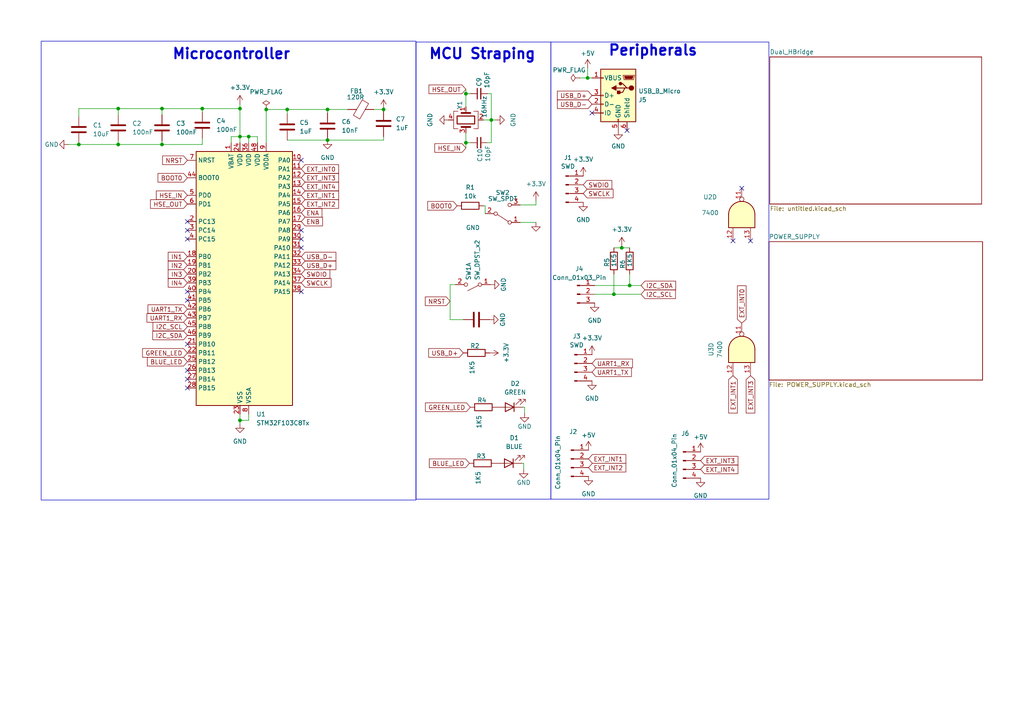
<source format=kicad_sch>
(kicad_sch (version 20230121) (generator eeschema)

  (uuid d913dd8b-020a-4df6-bee0-5f3177d157dc)

  (paper "A4")

  (lib_symbols
    (symbol "74xx:7400" (pin_names (offset 1.016)) (in_bom yes) (on_board yes)
      (property "Reference" "U" (at 0 1.27 0)
        (effects (font (size 1.27 1.27)))
      )
      (property "Value" "7400" (at 0 -1.27 0)
        (effects (font (size 1.27 1.27)))
      )
      (property "Footprint" "" (at 0 0 0)
        (effects (font (size 1.27 1.27)) hide)
      )
      (property "Datasheet" "http://www.ti.com/lit/gpn/sn7400" (at 0 0 0)
        (effects (font (size 1.27 1.27)) hide)
      )
      (property "ki_locked" "" (at 0 0 0)
        (effects (font (size 1.27 1.27)))
      )
      (property "ki_keywords" "TTL nand 2-input" (at 0 0 0)
        (effects (font (size 1.27 1.27)) hide)
      )
      (property "ki_description" "quad 2-input NAND gate" (at 0 0 0)
        (effects (font (size 1.27 1.27)) hide)
      )
      (property "ki_fp_filters" "DIP*W7.62mm* SO14*" (at 0 0 0)
        (effects (font (size 1.27 1.27)) hide)
      )
      (symbol "7400_1_1"
        (arc (start 0 -3.81) (mid 3.7934 0) (end 0 3.81)
          (stroke (width 0.254) (type default))
          (fill (type background))
        )
        (polyline
          (pts
            (xy 0 3.81)
            (xy -3.81 3.81)
            (xy -3.81 -3.81)
            (xy 0 -3.81)
          )
          (stroke (width 0.254) (type default))
          (fill (type background))
        )
        (pin input line (at -7.62 2.54 0) (length 3.81)
          (name "~" (effects (font (size 1.27 1.27))))
          (number "1" (effects (font (size 1.27 1.27))))
        )
        (pin input line (at -7.62 -2.54 0) (length 3.81)
          (name "~" (effects (font (size 1.27 1.27))))
          (number "2" (effects (font (size 1.27 1.27))))
        )
        (pin output inverted (at 7.62 0 180) (length 3.81)
          (name "~" (effects (font (size 1.27 1.27))))
          (number "3" (effects (font (size 1.27 1.27))))
        )
      )
      (symbol "7400_1_2"
        (arc (start -3.81 -3.81) (mid -2.589 0) (end -3.81 3.81)
          (stroke (width 0.254) (type default))
          (fill (type none))
        )
        (arc (start -0.6096 -3.81) (mid 2.1842 -2.5851) (end 3.81 0)
          (stroke (width 0.254) (type default))
          (fill (type background))
        )
        (polyline
          (pts
            (xy -3.81 -3.81)
            (xy -0.635 -3.81)
          )
          (stroke (width 0.254) (type default))
          (fill (type background))
        )
        (polyline
          (pts
            (xy -3.81 3.81)
            (xy -0.635 3.81)
          )
          (stroke (width 0.254) (type default))
          (fill (type background))
        )
        (polyline
          (pts
            (xy -0.635 3.81)
            (xy -3.81 3.81)
            (xy -3.81 3.81)
            (xy -3.556 3.4036)
            (xy -3.0226 2.2606)
            (xy -2.6924 1.0414)
            (xy -2.6162 -0.254)
            (xy -2.7686 -1.4986)
            (xy -3.175 -2.7178)
            (xy -3.81 -3.81)
            (xy -3.81 -3.81)
            (xy -0.635 -3.81)
          )
          (stroke (width -25.4) (type default))
          (fill (type background))
        )
        (arc (start 3.81 0) (mid 2.1915 2.5936) (end -0.6096 3.81)
          (stroke (width 0.254) (type default))
          (fill (type background))
        )
        (pin input inverted (at -7.62 2.54 0) (length 4.318)
          (name "~" (effects (font (size 1.27 1.27))))
          (number "1" (effects (font (size 1.27 1.27))))
        )
        (pin input inverted (at -7.62 -2.54 0) (length 4.318)
          (name "~" (effects (font (size 1.27 1.27))))
          (number "2" (effects (font (size 1.27 1.27))))
        )
        (pin output line (at 7.62 0 180) (length 3.81)
          (name "~" (effects (font (size 1.27 1.27))))
          (number "3" (effects (font (size 1.27 1.27))))
        )
      )
      (symbol "7400_2_1"
        (arc (start 0 -3.81) (mid 3.7934 0) (end 0 3.81)
          (stroke (width 0.254) (type default))
          (fill (type background))
        )
        (polyline
          (pts
            (xy 0 3.81)
            (xy -3.81 3.81)
            (xy -3.81 -3.81)
            (xy 0 -3.81)
          )
          (stroke (width 0.254) (type default))
          (fill (type background))
        )
        (pin input line (at -7.62 2.54 0) (length 3.81)
          (name "~" (effects (font (size 1.27 1.27))))
          (number "4" (effects (font (size 1.27 1.27))))
        )
        (pin input line (at -7.62 -2.54 0) (length 3.81)
          (name "~" (effects (font (size 1.27 1.27))))
          (number "5" (effects (font (size 1.27 1.27))))
        )
        (pin output inverted (at 7.62 0 180) (length 3.81)
          (name "~" (effects (font (size 1.27 1.27))))
          (number "6" (effects (font (size 1.27 1.27))))
        )
      )
      (symbol "7400_2_2"
        (arc (start -3.81 -3.81) (mid -2.589 0) (end -3.81 3.81)
          (stroke (width 0.254) (type default))
          (fill (type none))
        )
        (arc (start -0.6096 -3.81) (mid 2.1842 -2.5851) (end 3.81 0)
          (stroke (width 0.254) (type default))
          (fill (type background))
        )
        (polyline
          (pts
            (xy -3.81 -3.81)
            (xy -0.635 -3.81)
          )
          (stroke (width 0.254) (type default))
          (fill (type background))
        )
        (polyline
          (pts
            (xy -3.81 3.81)
            (xy -0.635 3.81)
          )
          (stroke (width 0.254) (type default))
          (fill (type background))
        )
        (polyline
          (pts
            (xy -0.635 3.81)
            (xy -3.81 3.81)
            (xy -3.81 3.81)
            (xy -3.556 3.4036)
            (xy -3.0226 2.2606)
            (xy -2.6924 1.0414)
            (xy -2.6162 -0.254)
            (xy -2.7686 -1.4986)
            (xy -3.175 -2.7178)
            (xy -3.81 -3.81)
            (xy -3.81 -3.81)
            (xy -0.635 -3.81)
          )
          (stroke (width -25.4) (type default))
          (fill (type background))
        )
        (arc (start 3.81 0) (mid 2.1915 2.5936) (end -0.6096 3.81)
          (stroke (width 0.254) (type default))
          (fill (type background))
        )
        (pin input inverted (at -7.62 2.54 0) (length 4.318)
          (name "~" (effects (font (size 1.27 1.27))))
          (number "4" (effects (font (size 1.27 1.27))))
        )
        (pin input inverted (at -7.62 -2.54 0) (length 4.318)
          (name "~" (effects (font (size 1.27 1.27))))
          (number "5" (effects (font (size 1.27 1.27))))
        )
        (pin output line (at 7.62 0 180) (length 3.81)
          (name "~" (effects (font (size 1.27 1.27))))
          (number "6" (effects (font (size 1.27 1.27))))
        )
      )
      (symbol "7400_3_1"
        (arc (start 0 -3.81) (mid 3.7934 0) (end 0 3.81)
          (stroke (width 0.254) (type default))
          (fill (type background))
        )
        (polyline
          (pts
            (xy 0 3.81)
            (xy -3.81 3.81)
            (xy -3.81 -3.81)
            (xy 0 -3.81)
          )
          (stroke (width 0.254) (type default))
          (fill (type background))
        )
        (pin input line (at -7.62 -2.54 0) (length 3.81)
          (name "~" (effects (font (size 1.27 1.27))))
          (number "10" (effects (font (size 1.27 1.27))))
        )
        (pin output inverted (at 7.62 0 180) (length 3.81)
          (name "~" (effects (font (size 1.27 1.27))))
          (number "8" (effects (font (size 1.27 1.27))))
        )
        (pin input line (at -7.62 2.54 0) (length 3.81)
          (name "~" (effects (font (size 1.27 1.27))))
          (number "9" (effects (font (size 1.27 1.27))))
        )
      )
      (symbol "7400_3_2"
        (arc (start -3.81 -3.81) (mid -2.589 0) (end -3.81 3.81)
          (stroke (width 0.254) (type default))
          (fill (type none))
        )
        (arc (start -0.6096 -3.81) (mid 2.1842 -2.5851) (end 3.81 0)
          (stroke (width 0.254) (type default))
          (fill (type background))
        )
        (polyline
          (pts
            (xy -3.81 -3.81)
            (xy -0.635 -3.81)
          )
          (stroke (width 0.254) (type default))
          (fill (type background))
        )
        (polyline
          (pts
            (xy -3.81 3.81)
            (xy -0.635 3.81)
          )
          (stroke (width 0.254) (type default))
          (fill (type background))
        )
        (polyline
          (pts
            (xy -0.635 3.81)
            (xy -3.81 3.81)
            (xy -3.81 3.81)
            (xy -3.556 3.4036)
            (xy -3.0226 2.2606)
            (xy -2.6924 1.0414)
            (xy -2.6162 -0.254)
            (xy -2.7686 -1.4986)
            (xy -3.175 -2.7178)
            (xy -3.81 -3.81)
            (xy -3.81 -3.81)
            (xy -0.635 -3.81)
          )
          (stroke (width -25.4) (type default))
          (fill (type background))
        )
        (arc (start 3.81 0) (mid 2.1915 2.5936) (end -0.6096 3.81)
          (stroke (width 0.254) (type default))
          (fill (type background))
        )
        (pin input inverted (at -7.62 -2.54 0) (length 4.318)
          (name "~" (effects (font (size 1.27 1.27))))
          (number "10" (effects (font (size 1.27 1.27))))
        )
        (pin output line (at 7.62 0 180) (length 3.81)
          (name "~" (effects (font (size 1.27 1.27))))
          (number "8" (effects (font (size 1.27 1.27))))
        )
        (pin input inverted (at -7.62 2.54 0) (length 4.318)
          (name "~" (effects (font (size 1.27 1.27))))
          (number "9" (effects (font (size 1.27 1.27))))
        )
      )
      (symbol "7400_4_1"
        (arc (start 0 -3.81) (mid 3.7934 0) (end 0 3.81)
          (stroke (width 0.254) (type default))
          (fill (type background))
        )
        (polyline
          (pts
            (xy 0 3.81)
            (xy -3.81 3.81)
            (xy -3.81 -3.81)
            (xy 0 -3.81)
          )
          (stroke (width 0.254) (type default))
          (fill (type background))
        )
        (pin output inverted (at 7.62 0 180) (length 3.81)
          (name "~" (effects (font (size 1.27 1.27))))
          (number "11" (effects (font (size 1.27 1.27))))
        )
        (pin input line (at -7.62 2.54 0) (length 3.81)
          (name "~" (effects (font (size 1.27 1.27))))
          (number "12" (effects (font (size 1.27 1.27))))
        )
        (pin input line (at -7.62 -2.54 0) (length 3.81)
          (name "~" (effects (font (size 1.27 1.27))))
          (number "13" (effects (font (size 1.27 1.27))))
        )
      )
      (symbol "7400_4_2"
        (arc (start -3.81 -3.81) (mid -2.589 0) (end -3.81 3.81)
          (stroke (width 0.254) (type default))
          (fill (type none))
        )
        (arc (start -0.6096 -3.81) (mid 2.1842 -2.5851) (end 3.81 0)
          (stroke (width 0.254) (type default))
          (fill (type background))
        )
        (polyline
          (pts
            (xy -3.81 -3.81)
            (xy -0.635 -3.81)
          )
          (stroke (width 0.254) (type default))
          (fill (type background))
        )
        (polyline
          (pts
            (xy -3.81 3.81)
            (xy -0.635 3.81)
          )
          (stroke (width 0.254) (type default))
          (fill (type background))
        )
        (polyline
          (pts
            (xy -0.635 3.81)
            (xy -3.81 3.81)
            (xy -3.81 3.81)
            (xy -3.556 3.4036)
            (xy -3.0226 2.2606)
            (xy -2.6924 1.0414)
            (xy -2.6162 -0.254)
            (xy -2.7686 -1.4986)
            (xy -3.175 -2.7178)
            (xy -3.81 -3.81)
            (xy -3.81 -3.81)
            (xy -0.635 -3.81)
          )
          (stroke (width -25.4) (type default))
          (fill (type background))
        )
        (arc (start 3.81 0) (mid 2.1915 2.5936) (end -0.6096 3.81)
          (stroke (width 0.254) (type default))
          (fill (type background))
        )
        (pin output line (at 7.62 0 180) (length 3.81)
          (name "~" (effects (font (size 1.27 1.27))))
          (number "11" (effects (font (size 1.27 1.27))))
        )
        (pin input inverted (at -7.62 2.54 0) (length 4.318)
          (name "~" (effects (font (size 1.27 1.27))))
          (number "12" (effects (font (size 1.27 1.27))))
        )
        (pin input inverted (at -7.62 -2.54 0) (length 4.318)
          (name "~" (effects (font (size 1.27 1.27))))
          (number "13" (effects (font (size 1.27 1.27))))
        )
      )
      (symbol "7400_5_0"
        (pin power_in line (at 0 12.7 270) (length 5.08)
          (name "VCC" (effects (font (size 1.27 1.27))))
          (number "14" (effects (font (size 1.27 1.27))))
        )
        (pin power_in line (at 0 -12.7 90) (length 5.08)
          (name "GND" (effects (font (size 1.27 1.27))))
          (number "7" (effects (font (size 1.27 1.27))))
        )
      )
      (symbol "7400_5_1"
        (rectangle (start -5.08 7.62) (end 5.08 -7.62)
          (stroke (width 0.254) (type default))
          (fill (type background))
        )
      )
    )
    (symbol "Connector:Conn_01x03_Pin" (pin_names (offset 1.016) hide) (in_bom yes) (on_board yes)
      (property "Reference" "J" (at 0 5.08 0)
        (effects (font (size 1.27 1.27)))
      )
      (property "Value" "Conn_01x03_Pin" (at 0 -5.08 0)
        (effects (font (size 1.27 1.27)))
      )
      (property "Footprint" "" (at 0 0 0)
        (effects (font (size 1.27 1.27)) hide)
      )
      (property "Datasheet" "~" (at 0 0 0)
        (effects (font (size 1.27 1.27)) hide)
      )
      (property "ki_locked" "" (at 0 0 0)
        (effects (font (size 1.27 1.27)))
      )
      (property "ki_keywords" "connector" (at 0 0 0)
        (effects (font (size 1.27 1.27)) hide)
      )
      (property "ki_description" "Generic connector, single row, 01x03, script generated" (at 0 0 0)
        (effects (font (size 1.27 1.27)) hide)
      )
      (property "ki_fp_filters" "Connector*:*_1x??_*" (at 0 0 0)
        (effects (font (size 1.27 1.27)) hide)
      )
      (symbol "Conn_01x03_Pin_1_1"
        (polyline
          (pts
            (xy 1.27 -2.54)
            (xy 0.8636 -2.54)
          )
          (stroke (width 0.1524) (type default))
          (fill (type none))
        )
        (polyline
          (pts
            (xy 1.27 0)
            (xy 0.8636 0)
          )
          (stroke (width 0.1524) (type default))
          (fill (type none))
        )
        (polyline
          (pts
            (xy 1.27 2.54)
            (xy 0.8636 2.54)
          )
          (stroke (width 0.1524) (type default))
          (fill (type none))
        )
        (rectangle (start 0.8636 -2.413) (end 0 -2.667)
          (stroke (width 0.1524) (type default))
          (fill (type outline))
        )
        (rectangle (start 0.8636 0.127) (end 0 -0.127)
          (stroke (width 0.1524) (type default))
          (fill (type outline))
        )
        (rectangle (start 0.8636 2.667) (end 0 2.413)
          (stroke (width 0.1524) (type default))
          (fill (type outline))
        )
        (pin passive line (at 5.08 2.54 180) (length 3.81)
          (name "Pin_1" (effects (font (size 1.27 1.27))))
          (number "1" (effects (font (size 1.27 1.27))))
        )
        (pin passive line (at 5.08 0 180) (length 3.81)
          (name "Pin_2" (effects (font (size 1.27 1.27))))
          (number "2" (effects (font (size 1.27 1.27))))
        )
        (pin passive line (at 5.08 -2.54 180) (length 3.81)
          (name "Pin_3" (effects (font (size 1.27 1.27))))
          (number "3" (effects (font (size 1.27 1.27))))
        )
      )
    )
    (symbol "Connector:Conn_01x04_Pin" (pin_names (offset 1.016) hide) (in_bom yes) (on_board yes)
      (property "Reference" "J" (at 0 5.08 0)
        (effects (font (size 1.27 1.27)))
      )
      (property "Value" "Conn_01x04_Pin" (at 0 -7.62 0)
        (effects (font (size 1.27 1.27)))
      )
      (property "Footprint" "" (at 0 0 0)
        (effects (font (size 1.27 1.27)) hide)
      )
      (property "Datasheet" "~" (at 0 0 0)
        (effects (font (size 1.27 1.27)) hide)
      )
      (property "ki_locked" "" (at 0 0 0)
        (effects (font (size 1.27 1.27)))
      )
      (property "ki_keywords" "connector" (at 0 0 0)
        (effects (font (size 1.27 1.27)) hide)
      )
      (property "ki_description" "Generic connector, single row, 01x04, script generated" (at 0 0 0)
        (effects (font (size 1.27 1.27)) hide)
      )
      (property "ki_fp_filters" "Connector*:*_1x??_*" (at 0 0 0)
        (effects (font (size 1.27 1.27)) hide)
      )
      (symbol "Conn_01x04_Pin_1_1"
        (polyline
          (pts
            (xy 1.27 -5.08)
            (xy 0.8636 -5.08)
          )
          (stroke (width 0.1524) (type default))
          (fill (type none))
        )
        (polyline
          (pts
            (xy 1.27 -2.54)
            (xy 0.8636 -2.54)
          )
          (stroke (width 0.1524) (type default))
          (fill (type none))
        )
        (polyline
          (pts
            (xy 1.27 0)
            (xy 0.8636 0)
          )
          (stroke (width 0.1524) (type default))
          (fill (type none))
        )
        (polyline
          (pts
            (xy 1.27 2.54)
            (xy 0.8636 2.54)
          )
          (stroke (width 0.1524) (type default))
          (fill (type none))
        )
        (rectangle (start 0.8636 -4.953) (end 0 -5.207)
          (stroke (width 0.1524) (type default))
          (fill (type outline))
        )
        (rectangle (start 0.8636 -2.413) (end 0 -2.667)
          (stroke (width 0.1524) (type default))
          (fill (type outline))
        )
        (rectangle (start 0.8636 0.127) (end 0 -0.127)
          (stroke (width 0.1524) (type default))
          (fill (type outline))
        )
        (rectangle (start 0.8636 2.667) (end 0 2.413)
          (stroke (width 0.1524) (type default))
          (fill (type outline))
        )
        (pin passive line (at 5.08 2.54 180) (length 3.81)
          (name "Pin_1" (effects (font (size 1.27 1.27))))
          (number "1" (effects (font (size 1.27 1.27))))
        )
        (pin passive line (at 5.08 0 180) (length 3.81)
          (name "Pin_2" (effects (font (size 1.27 1.27))))
          (number "2" (effects (font (size 1.27 1.27))))
        )
        (pin passive line (at 5.08 -2.54 180) (length 3.81)
          (name "Pin_3" (effects (font (size 1.27 1.27))))
          (number "3" (effects (font (size 1.27 1.27))))
        )
        (pin passive line (at 5.08 -5.08 180) (length 3.81)
          (name "Pin_4" (effects (font (size 1.27 1.27))))
          (number "4" (effects (font (size 1.27 1.27))))
        )
      )
    )
    (symbol "Connector:USB_B_Micro" (pin_names (offset 1.016)) (in_bom yes) (on_board yes)
      (property "Reference" "J" (at -5.08 11.43 0)
        (effects (font (size 1.27 1.27)) (justify left))
      )
      (property "Value" "USB_B_Micro" (at -5.08 8.89 0)
        (effects (font (size 1.27 1.27)) (justify left))
      )
      (property "Footprint" "" (at 3.81 -1.27 0)
        (effects (font (size 1.27 1.27)) hide)
      )
      (property "Datasheet" "~" (at 3.81 -1.27 0)
        (effects (font (size 1.27 1.27)) hide)
      )
      (property "ki_keywords" "connector USB micro" (at 0 0 0)
        (effects (font (size 1.27 1.27)) hide)
      )
      (property "ki_description" "USB Micro Type B connector" (at 0 0 0)
        (effects (font (size 1.27 1.27)) hide)
      )
      (property "ki_fp_filters" "USB*" (at 0 0 0)
        (effects (font (size 1.27 1.27)) hide)
      )
      (symbol "USB_B_Micro_0_1"
        (rectangle (start -5.08 -7.62) (end 5.08 7.62)
          (stroke (width 0.254) (type default))
          (fill (type background))
        )
        (circle (center -3.81 2.159) (radius 0.635)
          (stroke (width 0.254) (type default))
          (fill (type outline))
        )
        (circle (center -0.635 3.429) (radius 0.381)
          (stroke (width 0.254) (type default))
          (fill (type outline))
        )
        (rectangle (start -0.127 -7.62) (end 0.127 -6.858)
          (stroke (width 0) (type default))
          (fill (type none))
        )
        (polyline
          (pts
            (xy -1.905 2.159)
            (xy 0.635 2.159)
          )
          (stroke (width 0.254) (type default))
          (fill (type none))
        )
        (polyline
          (pts
            (xy -3.175 2.159)
            (xy -2.54 2.159)
            (xy -1.27 3.429)
            (xy -0.635 3.429)
          )
          (stroke (width 0.254) (type default))
          (fill (type none))
        )
        (polyline
          (pts
            (xy -2.54 2.159)
            (xy -1.905 2.159)
            (xy -1.27 0.889)
            (xy 0 0.889)
          )
          (stroke (width 0.254) (type default))
          (fill (type none))
        )
        (polyline
          (pts
            (xy 0.635 2.794)
            (xy 0.635 1.524)
            (xy 1.905 2.159)
            (xy 0.635 2.794)
          )
          (stroke (width 0.254) (type default))
          (fill (type outline))
        )
        (polyline
          (pts
            (xy -4.318 5.588)
            (xy -1.778 5.588)
            (xy -2.032 4.826)
            (xy -4.064 4.826)
            (xy -4.318 5.588)
          )
          (stroke (width 0) (type default))
          (fill (type outline))
        )
        (polyline
          (pts
            (xy -4.699 5.842)
            (xy -4.699 5.588)
            (xy -4.445 4.826)
            (xy -4.445 4.572)
            (xy -1.651 4.572)
            (xy -1.651 4.826)
            (xy -1.397 5.588)
            (xy -1.397 5.842)
            (xy -4.699 5.842)
          )
          (stroke (width 0) (type default))
          (fill (type none))
        )
        (rectangle (start 0.254 1.27) (end -0.508 0.508)
          (stroke (width 0.254) (type default))
          (fill (type outline))
        )
        (rectangle (start 5.08 -5.207) (end 4.318 -4.953)
          (stroke (width 0) (type default))
          (fill (type none))
        )
        (rectangle (start 5.08 -2.667) (end 4.318 -2.413)
          (stroke (width 0) (type default))
          (fill (type none))
        )
        (rectangle (start 5.08 -0.127) (end 4.318 0.127)
          (stroke (width 0) (type default))
          (fill (type none))
        )
        (rectangle (start 5.08 4.953) (end 4.318 5.207)
          (stroke (width 0) (type default))
          (fill (type none))
        )
      )
      (symbol "USB_B_Micro_1_1"
        (pin power_out line (at 7.62 5.08 180) (length 2.54)
          (name "VBUS" (effects (font (size 1.27 1.27))))
          (number "1" (effects (font (size 1.27 1.27))))
        )
        (pin bidirectional line (at 7.62 -2.54 180) (length 2.54)
          (name "D-" (effects (font (size 1.27 1.27))))
          (number "2" (effects (font (size 1.27 1.27))))
        )
        (pin bidirectional line (at 7.62 0 180) (length 2.54)
          (name "D+" (effects (font (size 1.27 1.27))))
          (number "3" (effects (font (size 1.27 1.27))))
        )
        (pin passive line (at 7.62 -5.08 180) (length 2.54)
          (name "ID" (effects (font (size 1.27 1.27))))
          (number "4" (effects (font (size 1.27 1.27))))
        )
        (pin power_out line (at 0 -10.16 90) (length 2.54)
          (name "GND" (effects (font (size 1.27 1.27))))
          (number "5" (effects (font (size 1.27 1.27))))
        )
        (pin passive line (at -2.54 -10.16 90) (length 2.54)
          (name "Shield" (effects (font (size 1.27 1.27))))
          (number "6" (effects (font (size 1.27 1.27))))
        )
      )
    )
    (symbol "Device:C" (pin_numbers hide) (pin_names (offset 0.254)) (in_bom yes) (on_board yes)
      (property "Reference" "C" (at 0.635 2.54 0)
        (effects (font (size 1.27 1.27)) (justify left))
      )
      (property "Value" "C" (at 0.635 -2.54 0)
        (effects (font (size 1.27 1.27)) (justify left))
      )
      (property "Footprint" "" (at 0.9652 -3.81 0)
        (effects (font (size 1.27 1.27)) hide)
      )
      (property "Datasheet" "~" (at 0 0 0)
        (effects (font (size 1.27 1.27)) hide)
      )
      (property "ki_keywords" "cap capacitor" (at 0 0 0)
        (effects (font (size 1.27 1.27)) hide)
      )
      (property "ki_description" "Unpolarized capacitor" (at 0 0 0)
        (effects (font (size 1.27 1.27)) hide)
      )
      (property "ki_fp_filters" "C_*" (at 0 0 0)
        (effects (font (size 1.27 1.27)) hide)
      )
      (symbol "C_0_1"
        (polyline
          (pts
            (xy -2.032 -0.762)
            (xy 2.032 -0.762)
          )
          (stroke (width 0.508) (type default))
          (fill (type none))
        )
        (polyline
          (pts
            (xy -2.032 0.762)
            (xy 2.032 0.762)
          )
          (stroke (width 0.508) (type default))
          (fill (type none))
        )
      )
      (symbol "C_1_1"
        (pin passive line (at 0 3.81 270) (length 2.794)
          (name "~" (effects (font (size 1.27 1.27))))
          (number "1" (effects (font (size 1.27 1.27))))
        )
        (pin passive line (at 0 -3.81 90) (length 2.794)
          (name "~" (effects (font (size 1.27 1.27))))
          (number "2" (effects (font (size 1.27 1.27))))
        )
      )
    )
    (symbol "Device:C_Small" (pin_numbers hide) (pin_names (offset 0.254) hide) (in_bom yes) (on_board yes)
      (property "Reference" "C" (at 0.254 1.778 0)
        (effects (font (size 1.27 1.27)) (justify left))
      )
      (property "Value" "C_Small" (at 0.254 -2.032 0)
        (effects (font (size 1.27 1.27)) (justify left))
      )
      (property "Footprint" "" (at 0 0 0)
        (effects (font (size 1.27 1.27)) hide)
      )
      (property "Datasheet" "~" (at 0 0 0)
        (effects (font (size 1.27 1.27)) hide)
      )
      (property "ki_keywords" "capacitor cap" (at 0 0 0)
        (effects (font (size 1.27 1.27)) hide)
      )
      (property "ki_description" "Unpolarized capacitor, small symbol" (at 0 0 0)
        (effects (font (size 1.27 1.27)) hide)
      )
      (property "ki_fp_filters" "C_*" (at 0 0 0)
        (effects (font (size 1.27 1.27)) hide)
      )
      (symbol "C_Small_0_1"
        (polyline
          (pts
            (xy -1.524 -0.508)
            (xy 1.524 -0.508)
          )
          (stroke (width 0.3302) (type default))
          (fill (type none))
        )
        (polyline
          (pts
            (xy -1.524 0.508)
            (xy 1.524 0.508)
          )
          (stroke (width 0.3048) (type default))
          (fill (type none))
        )
      )
      (symbol "C_Small_1_1"
        (pin passive line (at 0 2.54 270) (length 2.032)
          (name "~" (effects (font (size 1.27 1.27))))
          (number "1" (effects (font (size 1.27 1.27))))
        )
        (pin passive line (at 0 -2.54 90) (length 2.032)
          (name "~" (effects (font (size 1.27 1.27))))
          (number "2" (effects (font (size 1.27 1.27))))
        )
      )
    )
    (symbol "Device:Crystal_GND24" (pin_names (offset 1.016) hide) (in_bom yes) (on_board yes)
      (property "Reference" "Y" (at 3.175 5.08 0)
        (effects (font (size 1.27 1.27)) (justify left))
      )
      (property "Value" "Crystal_GND24" (at 3.175 3.175 0)
        (effects (font (size 1.27 1.27)) (justify left))
      )
      (property "Footprint" "" (at 0 0 0)
        (effects (font (size 1.27 1.27)) hide)
      )
      (property "Datasheet" "~" (at 0 0 0)
        (effects (font (size 1.27 1.27)) hide)
      )
      (property "ki_keywords" "quartz ceramic resonator oscillator" (at 0 0 0)
        (effects (font (size 1.27 1.27)) hide)
      )
      (property "ki_description" "Four pin crystal, GND on pins 2 and 4" (at 0 0 0)
        (effects (font (size 1.27 1.27)) hide)
      )
      (property "ki_fp_filters" "Crystal*" (at 0 0 0)
        (effects (font (size 1.27 1.27)) hide)
      )
      (symbol "Crystal_GND24_0_1"
        (rectangle (start -1.143 2.54) (end 1.143 -2.54)
          (stroke (width 0.3048) (type default))
          (fill (type none))
        )
        (polyline
          (pts
            (xy -2.54 0)
            (xy -2.032 0)
          )
          (stroke (width 0) (type default))
          (fill (type none))
        )
        (polyline
          (pts
            (xy -2.032 -1.27)
            (xy -2.032 1.27)
          )
          (stroke (width 0.508) (type default))
          (fill (type none))
        )
        (polyline
          (pts
            (xy 0 -3.81)
            (xy 0 -3.556)
          )
          (stroke (width 0) (type default))
          (fill (type none))
        )
        (polyline
          (pts
            (xy 0 3.556)
            (xy 0 3.81)
          )
          (stroke (width 0) (type default))
          (fill (type none))
        )
        (polyline
          (pts
            (xy 2.032 -1.27)
            (xy 2.032 1.27)
          )
          (stroke (width 0.508) (type default))
          (fill (type none))
        )
        (polyline
          (pts
            (xy 2.032 0)
            (xy 2.54 0)
          )
          (stroke (width 0) (type default))
          (fill (type none))
        )
        (polyline
          (pts
            (xy -2.54 -2.286)
            (xy -2.54 -3.556)
            (xy 2.54 -3.556)
            (xy 2.54 -2.286)
          )
          (stroke (width 0) (type default))
          (fill (type none))
        )
        (polyline
          (pts
            (xy -2.54 2.286)
            (xy -2.54 3.556)
            (xy 2.54 3.556)
            (xy 2.54 2.286)
          )
          (stroke (width 0) (type default))
          (fill (type none))
        )
      )
      (symbol "Crystal_GND24_1_1"
        (pin passive line (at -3.81 0 0) (length 1.27)
          (name "1" (effects (font (size 1.27 1.27))))
          (number "1" (effects (font (size 1.27 1.27))))
        )
        (pin passive line (at 0 5.08 270) (length 1.27)
          (name "2" (effects (font (size 1.27 1.27))))
          (number "2" (effects (font (size 1.27 1.27))))
        )
        (pin passive line (at 3.81 0 180) (length 1.27)
          (name "3" (effects (font (size 1.27 1.27))))
          (number "3" (effects (font (size 1.27 1.27))))
        )
        (pin passive line (at 0 -5.08 90) (length 1.27)
          (name "4" (effects (font (size 1.27 1.27))))
          (number "4" (effects (font (size 1.27 1.27))))
        )
      )
    )
    (symbol "Device:FerriteBead" (pin_numbers hide) (pin_names (offset 0)) (in_bom yes) (on_board yes)
      (property "Reference" "FB" (at -3.81 0.635 90)
        (effects (font (size 1.27 1.27)))
      )
      (property "Value" "FerriteBead" (at 3.81 0 90)
        (effects (font (size 1.27 1.27)))
      )
      (property "Footprint" "" (at -1.778 0 90)
        (effects (font (size 1.27 1.27)) hide)
      )
      (property "Datasheet" "~" (at 0 0 0)
        (effects (font (size 1.27 1.27)) hide)
      )
      (property "ki_keywords" "L ferrite bead inductor filter" (at 0 0 0)
        (effects (font (size 1.27 1.27)) hide)
      )
      (property "ki_description" "Ferrite bead" (at 0 0 0)
        (effects (font (size 1.27 1.27)) hide)
      )
      (property "ki_fp_filters" "Inductor_* L_* *Ferrite*" (at 0 0 0)
        (effects (font (size 1.27 1.27)) hide)
      )
      (symbol "FerriteBead_0_1"
        (polyline
          (pts
            (xy 0 -1.27)
            (xy 0 -1.2192)
          )
          (stroke (width 0) (type default))
          (fill (type none))
        )
        (polyline
          (pts
            (xy 0 1.27)
            (xy 0 1.2954)
          )
          (stroke (width 0) (type default))
          (fill (type none))
        )
        (polyline
          (pts
            (xy -2.7686 0.4064)
            (xy -1.7018 2.2606)
            (xy 2.7686 -0.3048)
            (xy 1.6764 -2.159)
            (xy -2.7686 0.4064)
          )
          (stroke (width 0) (type default))
          (fill (type none))
        )
      )
      (symbol "FerriteBead_1_1"
        (pin passive line (at 0 3.81 270) (length 2.54)
          (name "~" (effects (font (size 1.27 1.27))))
          (number "1" (effects (font (size 1.27 1.27))))
        )
        (pin passive line (at 0 -3.81 90) (length 2.54)
          (name "~" (effects (font (size 1.27 1.27))))
          (number "2" (effects (font (size 1.27 1.27))))
        )
      )
    )
    (symbol "Device:LED" (pin_numbers hide) (pin_names (offset 1.016) hide) (in_bom yes) (on_board yes)
      (property "Reference" "D" (at 0 2.54 0)
        (effects (font (size 1.27 1.27)))
      )
      (property "Value" "LED" (at 0 -2.54 0)
        (effects (font (size 1.27 1.27)))
      )
      (property "Footprint" "" (at 0 0 0)
        (effects (font (size 1.27 1.27)) hide)
      )
      (property "Datasheet" "~" (at 0 0 0)
        (effects (font (size 1.27 1.27)) hide)
      )
      (property "ki_keywords" "LED diode" (at 0 0 0)
        (effects (font (size 1.27 1.27)) hide)
      )
      (property "ki_description" "Light emitting diode" (at 0 0 0)
        (effects (font (size 1.27 1.27)) hide)
      )
      (property "ki_fp_filters" "LED* LED_SMD:* LED_THT:*" (at 0 0 0)
        (effects (font (size 1.27 1.27)) hide)
      )
      (symbol "LED_0_1"
        (polyline
          (pts
            (xy -1.27 -1.27)
            (xy -1.27 1.27)
          )
          (stroke (width 0.254) (type default))
          (fill (type none))
        )
        (polyline
          (pts
            (xy -1.27 0)
            (xy 1.27 0)
          )
          (stroke (width 0) (type default))
          (fill (type none))
        )
        (polyline
          (pts
            (xy 1.27 -1.27)
            (xy 1.27 1.27)
            (xy -1.27 0)
            (xy 1.27 -1.27)
          )
          (stroke (width 0.254) (type default))
          (fill (type none))
        )
        (polyline
          (pts
            (xy -3.048 -0.762)
            (xy -4.572 -2.286)
            (xy -3.81 -2.286)
            (xy -4.572 -2.286)
            (xy -4.572 -1.524)
          )
          (stroke (width 0) (type default))
          (fill (type none))
        )
        (polyline
          (pts
            (xy -1.778 -0.762)
            (xy -3.302 -2.286)
            (xy -2.54 -2.286)
            (xy -3.302 -2.286)
            (xy -3.302 -1.524)
          )
          (stroke (width 0) (type default))
          (fill (type none))
        )
      )
      (symbol "LED_1_1"
        (pin passive line (at -3.81 0 0) (length 2.54)
          (name "K" (effects (font (size 1.27 1.27))))
          (number "1" (effects (font (size 1.27 1.27))))
        )
        (pin passive line (at 3.81 0 180) (length 2.54)
          (name "A" (effects (font (size 1.27 1.27))))
          (number "2" (effects (font (size 1.27 1.27))))
        )
      )
    )
    (symbol "Device:R" (pin_numbers hide) (pin_names (offset 0)) (in_bom yes) (on_board yes)
      (property "Reference" "R" (at 2.032 0 90)
        (effects (font (size 1.27 1.27)))
      )
      (property "Value" "R" (at 0 0 90)
        (effects (font (size 1.27 1.27)))
      )
      (property "Footprint" "" (at -1.778 0 90)
        (effects (font (size 1.27 1.27)) hide)
      )
      (property "Datasheet" "~" (at 0 0 0)
        (effects (font (size 1.27 1.27)) hide)
      )
      (property "ki_keywords" "R res resistor" (at 0 0 0)
        (effects (font (size 1.27 1.27)) hide)
      )
      (property "ki_description" "Resistor" (at 0 0 0)
        (effects (font (size 1.27 1.27)) hide)
      )
      (property "ki_fp_filters" "R_*" (at 0 0 0)
        (effects (font (size 1.27 1.27)) hide)
      )
      (symbol "R_0_1"
        (rectangle (start -1.016 -2.54) (end 1.016 2.54)
          (stroke (width 0.254) (type default))
          (fill (type none))
        )
      )
      (symbol "R_1_1"
        (pin passive line (at 0 3.81 270) (length 1.27)
          (name "~" (effects (font (size 1.27 1.27))))
          (number "1" (effects (font (size 1.27 1.27))))
        )
        (pin passive line (at 0 -3.81 90) (length 1.27)
          (name "~" (effects (font (size 1.27 1.27))))
          (number "2" (effects (font (size 1.27 1.27))))
        )
      )
    )
    (symbol "MCU_ST_STM32F1:STM32F103C8Tx" (in_bom yes) (on_board yes)
      (property "Reference" "U" (at -12.7 39.37 0)
        (effects (font (size 1.27 1.27)) (justify left))
      )
      (property "Value" "STM32F103C8Tx" (at 10.16 39.37 0)
        (effects (font (size 1.27 1.27)) (justify left))
      )
      (property "Footprint" "Package_QFP:LQFP-48_7x7mm_P0.5mm" (at -12.7 -35.56 0)
        (effects (font (size 1.27 1.27)) (justify right) hide)
      )
      (property "Datasheet" "https://www.st.com/resource/en/datasheet/stm32f103c8.pdf" (at 0 0 0)
        (effects (font (size 1.27 1.27)) hide)
      )
      (property "ki_locked" "" (at 0 0 0)
        (effects (font (size 1.27 1.27)))
      )
      (property "ki_keywords" "Arm Cortex-M3 STM32F1 STM32F103" (at 0 0 0)
        (effects (font (size 1.27 1.27)) hide)
      )
      (property "ki_description" "STMicroelectronics Arm Cortex-M3 MCU, 64KB flash, 20KB RAM, 72 MHz, 2.0-3.6V, 37 GPIO, LQFP48" (at 0 0 0)
        (effects (font (size 1.27 1.27)) hide)
      )
      (property "ki_fp_filters" "LQFP*7x7mm*P0.5mm*" (at 0 0 0)
        (effects (font (size 1.27 1.27)) hide)
      )
      (symbol "STM32F103C8Tx_0_1"
        (rectangle (start -12.7 -35.56) (end 15.24 38.1)
          (stroke (width 0.254) (type default))
          (fill (type background))
        )
      )
      (symbol "STM32F103C8Tx_1_1"
        (pin power_in line (at -2.54 40.64 270) (length 2.54)
          (name "VBAT" (effects (font (size 1.27 1.27))))
          (number "1" (effects (font (size 1.27 1.27))))
        )
        (pin bidirectional line (at 17.78 35.56 180) (length 2.54)
          (name "PA0" (effects (font (size 1.27 1.27))))
          (number "10" (effects (font (size 1.27 1.27))))
          (alternate "ADC1_IN0" bidirectional line)
          (alternate "ADC2_IN0" bidirectional line)
          (alternate "SYS_WKUP" bidirectional line)
          (alternate "TIM2_CH1" bidirectional line)
          (alternate "TIM2_ETR" bidirectional line)
          (alternate "USART2_CTS" bidirectional line)
        )
        (pin bidirectional line (at 17.78 33.02 180) (length 2.54)
          (name "PA1" (effects (font (size 1.27 1.27))))
          (number "11" (effects (font (size 1.27 1.27))))
          (alternate "ADC1_IN1" bidirectional line)
          (alternate "ADC2_IN1" bidirectional line)
          (alternate "TIM2_CH2" bidirectional line)
          (alternate "USART2_RTS" bidirectional line)
        )
        (pin bidirectional line (at 17.78 30.48 180) (length 2.54)
          (name "PA2" (effects (font (size 1.27 1.27))))
          (number "12" (effects (font (size 1.27 1.27))))
          (alternate "ADC1_IN2" bidirectional line)
          (alternate "ADC2_IN2" bidirectional line)
          (alternate "TIM2_CH3" bidirectional line)
          (alternate "USART2_TX" bidirectional line)
        )
        (pin bidirectional line (at 17.78 27.94 180) (length 2.54)
          (name "PA3" (effects (font (size 1.27 1.27))))
          (number "13" (effects (font (size 1.27 1.27))))
          (alternate "ADC1_IN3" bidirectional line)
          (alternate "ADC2_IN3" bidirectional line)
          (alternate "TIM2_CH4" bidirectional line)
          (alternate "USART2_RX" bidirectional line)
        )
        (pin bidirectional line (at 17.78 25.4 180) (length 2.54)
          (name "PA4" (effects (font (size 1.27 1.27))))
          (number "14" (effects (font (size 1.27 1.27))))
          (alternate "ADC1_IN4" bidirectional line)
          (alternate "ADC2_IN4" bidirectional line)
          (alternate "SPI1_NSS" bidirectional line)
          (alternate "USART2_CK" bidirectional line)
        )
        (pin bidirectional line (at 17.78 22.86 180) (length 2.54)
          (name "PA5" (effects (font (size 1.27 1.27))))
          (number "15" (effects (font (size 1.27 1.27))))
          (alternate "ADC1_IN5" bidirectional line)
          (alternate "ADC2_IN5" bidirectional line)
          (alternate "SPI1_SCK" bidirectional line)
        )
        (pin bidirectional line (at 17.78 20.32 180) (length 2.54)
          (name "PA6" (effects (font (size 1.27 1.27))))
          (number "16" (effects (font (size 1.27 1.27))))
          (alternate "ADC1_IN6" bidirectional line)
          (alternate "ADC2_IN6" bidirectional line)
          (alternate "SPI1_MISO" bidirectional line)
          (alternate "TIM1_BKIN" bidirectional line)
          (alternate "TIM3_CH1" bidirectional line)
        )
        (pin bidirectional line (at 17.78 17.78 180) (length 2.54)
          (name "PA7" (effects (font (size 1.27 1.27))))
          (number "17" (effects (font (size 1.27 1.27))))
          (alternate "ADC1_IN7" bidirectional line)
          (alternate "ADC2_IN7" bidirectional line)
          (alternate "SPI1_MOSI" bidirectional line)
          (alternate "TIM1_CH1N" bidirectional line)
          (alternate "TIM3_CH2" bidirectional line)
        )
        (pin bidirectional line (at -15.24 7.62 0) (length 2.54)
          (name "PB0" (effects (font (size 1.27 1.27))))
          (number "18" (effects (font (size 1.27 1.27))))
          (alternate "ADC1_IN8" bidirectional line)
          (alternate "ADC2_IN8" bidirectional line)
          (alternate "TIM1_CH2N" bidirectional line)
          (alternate "TIM3_CH3" bidirectional line)
        )
        (pin bidirectional line (at -15.24 5.08 0) (length 2.54)
          (name "PB1" (effects (font (size 1.27 1.27))))
          (number "19" (effects (font (size 1.27 1.27))))
          (alternate "ADC1_IN9" bidirectional line)
          (alternate "ADC2_IN9" bidirectional line)
          (alternate "TIM1_CH3N" bidirectional line)
          (alternate "TIM3_CH4" bidirectional line)
        )
        (pin bidirectional line (at -15.24 17.78 0) (length 2.54)
          (name "PC13" (effects (font (size 1.27 1.27))))
          (number "2" (effects (font (size 1.27 1.27))))
          (alternate "RTC_OUT" bidirectional line)
          (alternate "RTC_TAMPER" bidirectional line)
        )
        (pin bidirectional line (at -15.24 2.54 0) (length 2.54)
          (name "PB2" (effects (font (size 1.27 1.27))))
          (number "20" (effects (font (size 1.27 1.27))))
        )
        (pin bidirectional line (at -15.24 -17.78 0) (length 2.54)
          (name "PB10" (effects (font (size 1.27 1.27))))
          (number "21" (effects (font (size 1.27 1.27))))
          (alternate "I2C2_SCL" bidirectional line)
          (alternate "TIM2_CH3" bidirectional line)
          (alternate "USART3_TX" bidirectional line)
        )
        (pin bidirectional line (at -15.24 -20.32 0) (length 2.54)
          (name "PB11" (effects (font (size 1.27 1.27))))
          (number "22" (effects (font (size 1.27 1.27))))
          (alternate "ADC1_EXTI11" bidirectional line)
          (alternate "ADC2_EXTI11" bidirectional line)
          (alternate "I2C2_SDA" bidirectional line)
          (alternate "TIM2_CH4" bidirectional line)
          (alternate "USART3_RX" bidirectional line)
        )
        (pin power_in line (at 0 -38.1 90) (length 2.54)
          (name "VSS" (effects (font (size 1.27 1.27))))
          (number "23" (effects (font (size 1.27 1.27))))
        )
        (pin power_in line (at 0 40.64 270) (length 2.54)
          (name "VDD" (effects (font (size 1.27 1.27))))
          (number "24" (effects (font (size 1.27 1.27))))
        )
        (pin bidirectional line (at -15.24 -22.86 0) (length 2.54)
          (name "PB12" (effects (font (size 1.27 1.27))))
          (number "25" (effects (font (size 1.27 1.27))))
          (alternate "I2C2_SMBA" bidirectional line)
          (alternate "SPI2_NSS" bidirectional line)
          (alternate "TIM1_BKIN" bidirectional line)
          (alternate "USART3_CK" bidirectional line)
        )
        (pin bidirectional line (at -15.24 -25.4 0) (length 2.54)
          (name "PB13" (effects (font (size 1.27 1.27))))
          (number "26" (effects (font (size 1.27 1.27))))
          (alternate "SPI2_SCK" bidirectional line)
          (alternate "TIM1_CH1N" bidirectional line)
          (alternate "USART3_CTS" bidirectional line)
        )
        (pin bidirectional line (at -15.24 -27.94 0) (length 2.54)
          (name "PB14" (effects (font (size 1.27 1.27))))
          (number "27" (effects (font (size 1.27 1.27))))
          (alternate "SPI2_MISO" bidirectional line)
          (alternate "TIM1_CH2N" bidirectional line)
          (alternate "USART3_RTS" bidirectional line)
        )
        (pin bidirectional line (at -15.24 -30.48 0) (length 2.54)
          (name "PB15" (effects (font (size 1.27 1.27))))
          (number "28" (effects (font (size 1.27 1.27))))
          (alternate "ADC1_EXTI15" bidirectional line)
          (alternate "ADC2_EXTI15" bidirectional line)
          (alternate "SPI2_MOSI" bidirectional line)
          (alternate "TIM1_CH3N" bidirectional line)
        )
        (pin bidirectional line (at 17.78 15.24 180) (length 2.54)
          (name "PA8" (effects (font (size 1.27 1.27))))
          (number "29" (effects (font (size 1.27 1.27))))
          (alternate "RCC_MCO" bidirectional line)
          (alternate "TIM1_CH1" bidirectional line)
          (alternate "USART1_CK" bidirectional line)
        )
        (pin bidirectional line (at -15.24 15.24 0) (length 2.54)
          (name "PC14" (effects (font (size 1.27 1.27))))
          (number "3" (effects (font (size 1.27 1.27))))
          (alternate "RCC_OSC32_IN" bidirectional line)
        )
        (pin bidirectional line (at 17.78 12.7 180) (length 2.54)
          (name "PA9" (effects (font (size 1.27 1.27))))
          (number "30" (effects (font (size 1.27 1.27))))
          (alternate "TIM1_CH2" bidirectional line)
          (alternate "USART1_TX" bidirectional line)
        )
        (pin bidirectional line (at 17.78 10.16 180) (length 2.54)
          (name "PA10" (effects (font (size 1.27 1.27))))
          (number "31" (effects (font (size 1.27 1.27))))
          (alternate "TIM1_CH3" bidirectional line)
          (alternate "USART1_RX" bidirectional line)
        )
        (pin bidirectional line (at 17.78 7.62 180) (length 2.54)
          (name "PA11" (effects (font (size 1.27 1.27))))
          (number "32" (effects (font (size 1.27 1.27))))
          (alternate "ADC1_EXTI11" bidirectional line)
          (alternate "ADC2_EXTI11" bidirectional line)
          (alternate "CAN_RX" bidirectional line)
          (alternate "TIM1_CH4" bidirectional line)
          (alternate "USART1_CTS" bidirectional line)
          (alternate "USB_DM" bidirectional line)
        )
        (pin bidirectional line (at 17.78 5.08 180) (length 2.54)
          (name "PA12" (effects (font (size 1.27 1.27))))
          (number "33" (effects (font (size 1.27 1.27))))
          (alternate "CAN_TX" bidirectional line)
          (alternate "TIM1_ETR" bidirectional line)
          (alternate "USART1_RTS" bidirectional line)
          (alternate "USB_DP" bidirectional line)
        )
        (pin bidirectional line (at 17.78 2.54 180) (length 2.54)
          (name "PA13" (effects (font (size 1.27 1.27))))
          (number "34" (effects (font (size 1.27 1.27))))
          (alternate "SYS_JTMS-SWDIO" bidirectional line)
        )
        (pin passive line (at 0 -38.1 90) (length 2.54) hide
          (name "VSS" (effects (font (size 1.27 1.27))))
          (number "35" (effects (font (size 1.27 1.27))))
        )
        (pin power_in line (at 2.54 40.64 270) (length 2.54)
          (name "VDD" (effects (font (size 1.27 1.27))))
          (number "36" (effects (font (size 1.27 1.27))))
        )
        (pin bidirectional line (at 17.78 0 180) (length 2.54)
          (name "PA14" (effects (font (size 1.27 1.27))))
          (number "37" (effects (font (size 1.27 1.27))))
          (alternate "SYS_JTCK-SWCLK" bidirectional line)
        )
        (pin bidirectional line (at 17.78 -2.54 180) (length 2.54)
          (name "PA15" (effects (font (size 1.27 1.27))))
          (number "38" (effects (font (size 1.27 1.27))))
          (alternate "ADC1_EXTI15" bidirectional line)
          (alternate "ADC2_EXTI15" bidirectional line)
          (alternate "SPI1_NSS" bidirectional line)
          (alternate "SYS_JTDI" bidirectional line)
          (alternate "TIM2_CH1" bidirectional line)
          (alternate "TIM2_ETR" bidirectional line)
        )
        (pin bidirectional line (at -15.24 0 0) (length 2.54)
          (name "PB3" (effects (font (size 1.27 1.27))))
          (number "39" (effects (font (size 1.27 1.27))))
          (alternate "SPI1_SCK" bidirectional line)
          (alternate "SYS_JTDO-TRACESWO" bidirectional line)
          (alternate "TIM2_CH2" bidirectional line)
        )
        (pin bidirectional line (at -15.24 12.7 0) (length 2.54)
          (name "PC15" (effects (font (size 1.27 1.27))))
          (number "4" (effects (font (size 1.27 1.27))))
          (alternate "ADC1_EXTI15" bidirectional line)
          (alternate "ADC2_EXTI15" bidirectional line)
          (alternate "RCC_OSC32_OUT" bidirectional line)
        )
        (pin bidirectional line (at -15.24 -2.54 0) (length 2.54)
          (name "PB4" (effects (font (size 1.27 1.27))))
          (number "40" (effects (font (size 1.27 1.27))))
          (alternate "SPI1_MISO" bidirectional line)
          (alternate "SYS_NJTRST" bidirectional line)
          (alternate "TIM3_CH1" bidirectional line)
        )
        (pin bidirectional line (at -15.24 -5.08 0) (length 2.54)
          (name "PB5" (effects (font (size 1.27 1.27))))
          (number "41" (effects (font (size 1.27 1.27))))
          (alternate "I2C1_SMBA" bidirectional line)
          (alternate "SPI1_MOSI" bidirectional line)
          (alternate "TIM3_CH2" bidirectional line)
        )
        (pin bidirectional line (at -15.24 -7.62 0) (length 2.54)
          (name "PB6" (effects (font (size 1.27 1.27))))
          (number "42" (effects (font (size 1.27 1.27))))
          (alternate "I2C1_SCL" bidirectional line)
          (alternate "TIM4_CH1" bidirectional line)
          (alternate "USART1_TX" bidirectional line)
        )
        (pin bidirectional line (at -15.24 -10.16 0) (length 2.54)
          (name "PB7" (effects (font (size 1.27 1.27))))
          (number "43" (effects (font (size 1.27 1.27))))
          (alternate "I2C1_SDA" bidirectional line)
          (alternate "TIM4_CH2" bidirectional line)
          (alternate "USART1_RX" bidirectional line)
        )
        (pin input line (at -15.24 30.48 0) (length 2.54)
          (name "BOOT0" (effects (font (size 1.27 1.27))))
          (number "44" (effects (font (size 1.27 1.27))))
        )
        (pin bidirectional line (at -15.24 -12.7 0) (length 2.54)
          (name "PB8" (effects (font (size 1.27 1.27))))
          (number "45" (effects (font (size 1.27 1.27))))
          (alternate "CAN_RX" bidirectional line)
          (alternate "I2C1_SCL" bidirectional line)
          (alternate "TIM4_CH3" bidirectional line)
        )
        (pin bidirectional line (at -15.24 -15.24 0) (length 2.54)
          (name "PB9" (effects (font (size 1.27 1.27))))
          (number "46" (effects (font (size 1.27 1.27))))
          (alternate "CAN_TX" bidirectional line)
          (alternate "I2C1_SDA" bidirectional line)
          (alternate "TIM4_CH4" bidirectional line)
        )
        (pin passive line (at 0 -38.1 90) (length 2.54) hide
          (name "VSS" (effects (font (size 1.27 1.27))))
          (number "47" (effects (font (size 1.27 1.27))))
        )
        (pin power_in line (at 5.08 40.64 270) (length 2.54)
          (name "VDD" (effects (font (size 1.27 1.27))))
          (number "48" (effects (font (size 1.27 1.27))))
        )
        (pin bidirectional line (at -15.24 25.4 0) (length 2.54)
          (name "PD0" (effects (font (size 1.27 1.27))))
          (number "5" (effects (font (size 1.27 1.27))))
          (alternate "RCC_OSC_IN" bidirectional line)
        )
        (pin bidirectional line (at -15.24 22.86 0) (length 2.54)
          (name "PD1" (effects (font (size 1.27 1.27))))
          (number "6" (effects (font (size 1.27 1.27))))
          (alternate "RCC_OSC_OUT" bidirectional line)
        )
        (pin input line (at -15.24 35.56 0) (length 2.54)
          (name "NRST" (effects (font (size 1.27 1.27))))
          (number "7" (effects (font (size 1.27 1.27))))
        )
        (pin power_in line (at 2.54 -38.1 90) (length 2.54)
          (name "VSSA" (effects (font (size 1.27 1.27))))
          (number "8" (effects (font (size 1.27 1.27))))
        )
        (pin power_in line (at 7.62 40.64 270) (length 2.54)
          (name "VDDA" (effects (font (size 1.27 1.27))))
          (number "9" (effects (font (size 1.27 1.27))))
        )
      )
    )
    (symbol "Switch:SW_DPST_x2" (pin_names (offset 0) hide) (in_bom yes) (on_board yes)
      (property "Reference" "SW" (at 0 3.175 0)
        (effects (font (size 1.27 1.27)))
      )
      (property "Value" "SW_DPST_x2" (at 0 -2.54 0)
        (effects (font (size 1.27 1.27)))
      )
      (property "Footprint" "" (at 0 0 0)
        (effects (font (size 1.27 1.27)) hide)
      )
      (property "Datasheet" "~" (at 0 0 0)
        (effects (font (size 1.27 1.27)) hide)
      )
      (property "ki_keywords" "switch lever" (at 0 0 0)
        (effects (font (size 1.27 1.27)) hide)
      )
      (property "ki_description" "Single Pole Single Throw (SPST) switch, separate symbol" (at 0 0 0)
        (effects (font (size 1.27 1.27)) hide)
      )
      (symbol "SW_DPST_x2_0_0"
        (circle (center -2.032 0) (radius 0.508)
          (stroke (width 0) (type default))
          (fill (type none))
        )
        (polyline
          (pts
            (xy -1.524 0.254)
            (xy 1.524 1.778)
          )
          (stroke (width 0) (type default))
          (fill (type none))
        )
        (circle (center 2.032 0) (radius 0.508)
          (stroke (width 0) (type default))
          (fill (type none))
        )
      )
      (symbol "SW_DPST_x2_1_1"
        (pin passive line (at -5.08 0 0) (length 2.54)
          (name "A" (effects (font (size 1.27 1.27))))
          (number "1" (effects (font (size 1.27 1.27))))
        )
        (pin passive line (at 5.08 0 180) (length 2.54)
          (name "B" (effects (font (size 1.27 1.27))))
          (number "2" (effects (font (size 1.27 1.27))))
        )
      )
      (symbol "SW_DPST_x2_2_1"
        (pin passive line (at -5.08 0 0) (length 2.54)
          (name "A" (effects (font (size 1.27 1.27))))
          (number "3" (effects (font (size 1.27 1.27))))
        )
        (pin passive line (at 5.08 0 180) (length 2.54)
          (name "B" (effects (font (size 1.27 1.27))))
          (number "4" (effects (font (size 1.27 1.27))))
        )
      )
    )
    (symbol "Switch:SW_SPDT" (pin_names (offset 0) hide) (in_bom yes) (on_board yes)
      (property "Reference" "SW" (at 0 4.318 0)
        (effects (font (size 1.27 1.27)))
      )
      (property "Value" "SW_SPDT" (at 0 -5.08 0)
        (effects (font (size 1.27 1.27)))
      )
      (property "Footprint" "" (at 0 0 0)
        (effects (font (size 1.27 1.27)) hide)
      )
      (property "Datasheet" "~" (at 0 0 0)
        (effects (font (size 1.27 1.27)) hide)
      )
      (property "ki_keywords" "switch single-pole double-throw spdt ON-ON" (at 0 0 0)
        (effects (font (size 1.27 1.27)) hide)
      )
      (property "ki_description" "Switch, single pole double throw" (at 0 0 0)
        (effects (font (size 1.27 1.27)) hide)
      )
      (symbol "SW_SPDT_0_0"
        (circle (center -2.032 0) (radius 0.508)
          (stroke (width 0) (type default))
          (fill (type none))
        )
        (circle (center 2.032 -2.54) (radius 0.508)
          (stroke (width 0) (type default))
          (fill (type none))
        )
      )
      (symbol "SW_SPDT_0_1"
        (polyline
          (pts
            (xy -1.524 0.254)
            (xy 1.651 2.286)
          )
          (stroke (width 0) (type default))
          (fill (type none))
        )
        (circle (center 2.032 2.54) (radius 0.508)
          (stroke (width 0) (type default))
          (fill (type none))
        )
      )
      (symbol "SW_SPDT_1_1"
        (pin passive line (at 5.08 2.54 180) (length 2.54)
          (name "A" (effects (font (size 1.27 1.27))))
          (number "1" (effects (font (size 1.27 1.27))))
        )
        (pin passive line (at -5.08 0 0) (length 2.54)
          (name "B" (effects (font (size 1.27 1.27))))
          (number "2" (effects (font (size 1.27 1.27))))
        )
        (pin passive line (at 5.08 -2.54 180) (length 2.54)
          (name "C" (effects (font (size 1.27 1.27))))
          (number "3" (effects (font (size 1.27 1.27))))
        )
      )
    )
    (symbol "power:+3.3V" (power) (pin_names (offset 0)) (in_bom yes) (on_board yes)
      (property "Reference" "#PWR" (at 0 -3.81 0)
        (effects (font (size 1.27 1.27)) hide)
      )
      (property "Value" "+3.3V" (at 0 3.556 0)
        (effects (font (size 1.27 1.27)))
      )
      (property "Footprint" "" (at 0 0 0)
        (effects (font (size 1.27 1.27)) hide)
      )
      (property "Datasheet" "" (at 0 0 0)
        (effects (font (size 1.27 1.27)) hide)
      )
      (property "ki_keywords" "global power" (at 0 0 0)
        (effects (font (size 1.27 1.27)) hide)
      )
      (property "ki_description" "Power symbol creates a global label with name \"+3.3V\"" (at 0 0 0)
        (effects (font (size 1.27 1.27)) hide)
      )
      (symbol "+3.3V_0_1"
        (polyline
          (pts
            (xy -0.762 1.27)
            (xy 0 2.54)
          )
          (stroke (width 0) (type default))
          (fill (type none))
        )
        (polyline
          (pts
            (xy 0 0)
            (xy 0 2.54)
          )
          (stroke (width 0) (type default))
          (fill (type none))
        )
        (polyline
          (pts
            (xy 0 2.54)
            (xy 0.762 1.27)
          )
          (stroke (width 0) (type default))
          (fill (type none))
        )
      )
      (symbol "+3.3V_1_1"
        (pin power_in line (at 0 0 90) (length 0) hide
          (name "+3.3V" (effects (font (size 1.27 1.27))))
          (number "1" (effects (font (size 1.27 1.27))))
        )
      )
    )
    (symbol "power:+5V" (power) (pin_names (offset 0)) (in_bom yes) (on_board yes)
      (property "Reference" "#PWR" (at 0 -3.81 0)
        (effects (font (size 1.27 1.27)) hide)
      )
      (property "Value" "+5V" (at 0 3.556 0)
        (effects (font (size 1.27 1.27)))
      )
      (property "Footprint" "" (at 0 0 0)
        (effects (font (size 1.27 1.27)) hide)
      )
      (property "Datasheet" "" (at 0 0 0)
        (effects (font (size 1.27 1.27)) hide)
      )
      (property "ki_keywords" "global power" (at 0 0 0)
        (effects (font (size 1.27 1.27)) hide)
      )
      (property "ki_description" "Power symbol creates a global label with name \"+5V\"" (at 0 0 0)
        (effects (font (size 1.27 1.27)) hide)
      )
      (symbol "+5V_0_1"
        (polyline
          (pts
            (xy -0.762 1.27)
            (xy 0 2.54)
          )
          (stroke (width 0) (type default))
          (fill (type none))
        )
        (polyline
          (pts
            (xy 0 0)
            (xy 0 2.54)
          )
          (stroke (width 0) (type default))
          (fill (type none))
        )
        (polyline
          (pts
            (xy 0 2.54)
            (xy 0.762 1.27)
          )
          (stroke (width 0) (type default))
          (fill (type none))
        )
      )
      (symbol "+5V_1_1"
        (pin power_in line (at 0 0 90) (length 0) hide
          (name "+5V" (effects (font (size 1.27 1.27))))
          (number "1" (effects (font (size 1.27 1.27))))
        )
      )
    )
    (symbol "power:GND" (power) (pin_names (offset 0)) (in_bom yes) (on_board yes)
      (property "Reference" "#PWR" (at 0 -6.35 0)
        (effects (font (size 1.27 1.27)) hide)
      )
      (property "Value" "GND" (at 0 -3.81 0)
        (effects (font (size 1.27 1.27)))
      )
      (property "Footprint" "" (at 0 0 0)
        (effects (font (size 1.27 1.27)) hide)
      )
      (property "Datasheet" "" (at 0 0 0)
        (effects (font (size 1.27 1.27)) hide)
      )
      (property "ki_keywords" "global power" (at 0 0 0)
        (effects (font (size 1.27 1.27)) hide)
      )
      (property "ki_description" "Power symbol creates a global label with name \"GND\" , ground" (at 0 0 0)
        (effects (font (size 1.27 1.27)) hide)
      )
      (symbol "GND_0_1"
        (polyline
          (pts
            (xy 0 0)
            (xy 0 -1.27)
            (xy 1.27 -1.27)
            (xy 0 -2.54)
            (xy -1.27 -1.27)
            (xy 0 -1.27)
          )
          (stroke (width 0) (type default))
          (fill (type none))
        )
      )
      (symbol "GND_1_1"
        (pin power_in line (at 0 0 270) (length 0) hide
          (name "GND" (effects (font (size 1.27 1.27))))
          (number "1" (effects (font (size 1.27 1.27))))
        )
      )
    )
    (symbol "power:PWR_FLAG" (power) (pin_numbers hide) (pin_names (offset 0) hide) (in_bom yes) (on_board yes)
      (property "Reference" "#FLG" (at 0 1.905 0)
        (effects (font (size 1.27 1.27)) hide)
      )
      (property "Value" "PWR_FLAG" (at 0 3.81 0)
        (effects (font (size 1.27 1.27)))
      )
      (property "Footprint" "" (at 0 0 0)
        (effects (font (size 1.27 1.27)) hide)
      )
      (property "Datasheet" "~" (at 0 0 0)
        (effects (font (size 1.27 1.27)) hide)
      )
      (property "ki_keywords" "flag power" (at 0 0 0)
        (effects (font (size 1.27 1.27)) hide)
      )
      (property "ki_description" "Special symbol for telling ERC where power comes from" (at 0 0 0)
        (effects (font (size 1.27 1.27)) hide)
      )
      (symbol "PWR_FLAG_0_0"
        (pin power_out line (at 0 0 90) (length 0)
          (name "pwr" (effects (font (size 1.27 1.27))))
          (number "1" (effects (font (size 1.27 1.27))))
        )
      )
      (symbol "PWR_FLAG_0_1"
        (polyline
          (pts
            (xy 0 0)
            (xy 0 1.27)
            (xy -1.016 1.905)
            (xy 0 2.54)
            (xy 1.016 1.905)
            (xy 0 1.27)
          )
          (stroke (width 0) (type default))
          (fill (type none))
        )
      )
    )
  )

  (junction (at 77.216 31.75) (diameter 0) (color 0 0 0 0)
    (uuid 03586786-4701-45c7-8657-bd82388e08c3)
  )
  (junction (at 69.596 31.496) (diameter 0) (color 0 0 0 0)
    (uuid 110c0db3-c8c9-4826-83a1-65c8add3711a)
  )
  (junction (at 22.86 41.91) (diameter 0) (color 0 0 0 0)
    (uuid 183df8b0-5d6c-44bc-9749-1148caf8775e)
  )
  (junction (at 180.34 71.882) (diameter 0) (color 0 0 0 0)
    (uuid 36ac1c98-450a-413a-bc1e-303ff7fad11f)
  )
  (junction (at 34.29 31.496) (diameter 0) (color 0 0 0 0)
    (uuid 3a5480f2-9060-4850-98b0-f3f6f2e1b0ad)
  )
  (junction (at 178.054 85.344) (diameter 0) (color 0 0 0 0)
    (uuid 3e611774-3d7e-4921-b6b2-7608a8fb0647)
  )
  (junction (at 46.99 31.496) (diameter 0) (color 0 0 0 0)
    (uuid 3f9b9e2d-64df-429f-80d3-d1fa38a01fd7)
  )
  (junction (at 111.252 31.75) (diameter 0) (color 0 0 0 0)
    (uuid 41d49ec6-6064-4576-a676-6804c9c6827a)
  )
  (junction (at 83.312 31.75) (diameter 0) (color 0 0 0 0)
    (uuid 41e4594e-8970-46a0-be1b-e35ea5f2985a)
  )
  (junction (at 94.996 40.64) (diameter 0) (color 0 0 0 0)
    (uuid 43fbf23b-85f0-40cc-bb39-440bf6c9bc6b)
  )
  (junction (at 182.626 82.804) (diameter 0) (color 0 0 0 0)
    (uuid 62a65817-2690-43f2-9f3b-a742c6bd80e9)
  )
  (junction (at 34.29 41.91) (diameter 0) (color 0 0 0 0)
    (uuid 71f7615e-69b1-45c8-bf07-af42ec29b71b)
  )
  (junction (at 69.596 121.92) (diameter 0) (color 0 0 0 0)
    (uuid 807ff0ab-b51c-4091-96fe-9bdca8c901af)
  )
  (junction (at 135.128 41.402) (diameter 0) (color 0 0 0 0)
    (uuid 9e1d6388-af64-4ac6-8816-3e02603b971d)
  )
  (junction (at 58.674 31.496) (diameter 0) (color 0 0 0 0)
    (uuid a517ddba-e688-44ff-a981-bfe5d8b724c2)
  )
  (junction (at 135.128 27.178) (diameter 0) (color 0 0 0 0)
    (uuid adc21ba9-b57f-4791-b998-a9bd1eb42f7e)
  )
  (junction (at 170.434 22.606) (diameter 0) (color 0 0 0 0)
    (uuid b2d0cb53-95b2-4b6f-851e-3aa7d6e2d861)
  )
  (junction (at 69.596 39.624) (diameter 0) (color 0 0 0 0)
    (uuid c1d5f889-8735-45ff-acb3-8a77014071be)
  )
  (junction (at 72.136 39.624) (diameter 0) (color 0 0 0 0)
    (uuid c8b71750-0f0a-4957-8981-b3976a30c972)
  )
  (junction (at 142.494 34.798) (diameter 0) (color 0 0 0 0)
    (uuid db863940-0688-4b96-9301-483c55fe3031)
  )
  (junction (at 46.99 41.91) (diameter 0) (color 0 0 0 0)
    (uuid df7a6bc5-29fd-4e01-880c-01d4c0c97bd6)
  )
  (junction (at 94.996 31.75) (diameter 0) (color 0 0 0 0)
    (uuid f4e5985b-2192-46ca-a6f8-9e2dac9c1adc)
  )

  (no_connect (at 54.356 99.822) (uuid 2363e4a8-ef8b-44fe-82e9-b9294bac0a6b))
  (no_connect (at 54.356 64.262) (uuid 277ef31f-5253-446c-ab15-5ff7c747599a))
  (no_connect (at 215.138 54.61) (uuid 2aaa9c69-5a29-4348-b591-16f72a7fef3a))
  (no_connect (at 87.376 84.582) (uuid 31d54aa3-04a8-456a-9808-371fb4754ea5))
  (no_connect (at 87.376 71.882) (uuid 33204515-ceca-45ab-b7ab-39c12be048cb))
  (no_connect (at 54.356 69.342) (uuid 6b527bab-c3b7-4fb0-a911-468f8e67fd25))
  (no_connect (at 87.376 69.342) (uuid 7080e96d-980f-40b5-ae45-f61942bcb345))
  (no_connect (at 87.376 66.802) (uuid 739f25a4-69fd-4ffe-b0c5-3d437298b9a3))
  (no_connect (at 54.356 112.522) (uuid 8c58a88b-7688-4fda-be96-a5e96f63e4fb))
  (no_connect (at 54.356 87.122) (uuid 8c90eeba-15d3-4aaf-992b-430e7ea50f5a))
  (no_connect (at 54.356 84.582) (uuid bd83a5df-6918-4a5c-b8a1-8cf35195a81f))
  (no_connect (at 217.678 69.85) (uuid c90fc1fc-6a5a-449d-bf1c-30fdbcc37a00))
  (no_connect (at 87.376 46.482) (uuid cec77f22-dc31-497f-8712-defdaace476d))
  (no_connect (at 54.356 107.442) (uuid d03619fb-f307-4e41-9aa0-7925fcb788e9))
  (no_connect (at 171.704 32.766) (uuid d32378e1-3fdc-4a45-8835-6e458c804996))
  (no_connect (at 212.598 69.85) (uuid d6436313-3526-4b66-8d59-4d2134ae7452))
  (no_connect (at 181.864 37.846) (uuid d8d72aa4-aeee-448e-8536-661bde572dc4))
  (no_connect (at 54.356 66.802) (uuid f955d0f6-e790-4ad5-a89f-0ebeb7a24ef2))
  (no_connect (at 54.356 109.982) (uuid fa1e1347-c5ae-4f6c-92b6-d02628562f8a))

  (wire (pts (xy 108.458 31.75) (xy 111.252 31.75))
    (stroke (width 0) (type default))
    (uuid 002a7819-2cd7-4c18-9919-9461a61a4c71)
  )
  (wire (pts (xy 94.996 31.75) (xy 94.996 32.766))
    (stroke (width 0) (type default))
    (uuid 02e00e01-e75f-44ba-9ade-50396393a6d6)
  )
  (wire (pts (xy 140.716 61.976) (xy 140.716 59.69))
    (stroke (width 0) (type default))
    (uuid 04061da2-50c8-44ab-a615-0ca006fbc098)
  )
  (wire (pts (xy 19.812 41.91) (xy 22.86 41.91))
    (stroke (width 0) (type default))
    (uuid 080f8318-6b76-471c-a326-1ac7c7d78fb6)
  )
  (wire (pts (xy 83.312 31.75) (xy 83.312 33.02))
    (stroke (width 0) (type default))
    (uuid 08222bd6-bc81-48e0-b853-776bf7d47684)
  )
  (wire (pts (xy 67.056 39.624) (xy 69.596 39.624))
    (stroke (width 0) (type default))
    (uuid 090ef3a7-1bb2-4bca-aa0f-3e88e3f95715)
  )
  (wire (pts (xy 140.716 59.69) (xy 140.208 59.69))
    (stroke (width 0) (type default))
    (uuid 0b10d0aa-9620-415a-a6f3-b715986f7c4b)
  )
  (wire (pts (xy 69.596 30.226) (xy 69.596 31.496))
    (stroke (width 0) (type default))
    (uuid 12ad25b1-f842-456e-b586-6f791bcf6760)
  )
  (wire (pts (xy 182.626 82.804) (xy 185.928 82.804))
    (stroke (width 0) (type default))
    (uuid 13dbf8ad-c34c-45c9-8c05-8f6fe57f3a05)
  )
  (wire (pts (xy 143.764 34.798) (xy 142.494 34.798))
    (stroke (width 0) (type default))
    (uuid 15dd5c19-86a5-46d5-a702-86c96c5de22e)
  )
  (wire (pts (xy 94.996 40.64) (xy 111.252 40.64))
    (stroke (width 0) (type default))
    (uuid 1d8666a7-2bc7-46dc-bab9-4073f8f29aab)
  )
  (wire (pts (xy 111.252 31.496) (xy 111.252 31.75))
    (stroke (width 0) (type default))
    (uuid 226911ce-c3cf-4569-98f9-45faf9f5ebac)
  )
  (wire (pts (xy 74.676 41.402) (xy 74.676 39.624))
    (stroke (width 0) (type default))
    (uuid 2c05b4b2-593f-4f7a-bdf4-e6526b5c022b)
  )
  (wire (pts (xy 77.216 41.402) (xy 77.216 31.75))
    (stroke (width 0) (type default))
    (uuid 2c691a20-78d4-400f-80bf-9cc2791bb45f)
  )
  (wire (pts (xy 74.676 39.624) (xy 72.136 39.624))
    (stroke (width 0) (type default))
    (uuid 2c6be30c-cf75-4d15-806c-6ce5a0ca03bb)
  )
  (wire (pts (xy 58.674 32.512) (xy 58.674 31.496))
    (stroke (width 0) (type default))
    (uuid 30c8ce17-b044-4452-9ec6-819e8adcd11c)
  )
  (wire (pts (xy 69.596 121.92) (xy 69.596 120.142))
    (stroke (width 0) (type default))
    (uuid 340a8201-d604-4564-b847-436863cab8df)
  )
  (wire (pts (xy 150.876 64.516) (xy 155.448 64.516))
    (stroke (width 0) (type default))
    (uuid 36d9ac67-931a-4403-8c02-a1e2a1087dbe)
  )
  (wire (pts (xy 180.34 71.374) (xy 180.34 71.882))
    (stroke (width 0) (type default))
    (uuid 4282cb73-7bac-4f39-82e3-748f6ef3d192)
  )
  (wire (pts (xy 83.312 40.64) (xy 94.996 40.64))
    (stroke (width 0) (type default))
    (uuid 43da387b-887f-4a49-b3d6-7a58acb22df8)
  )
  (wire (pts (xy 69.596 31.496) (xy 69.596 39.624))
    (stroke (width 0) (type default))
    (uuid 4964def7-f0b1-419b-a6ec-b4d0ecb65d2f)
  )
  (wire (pts (xy 22.86 31.496) (xy 34.29 31.496))
    (stroke (width 0) (type default))
    (uuid 531587ec-3e3d-4181-bb12-c67c5c5e91ee)
  )
  (wire (pts (xy 111.252 39.624) (xy 111.252 40.64))
    (stroke (width 0) (type default))
    (uuid 56d74f25-c92c-444c-83c3-86c3d9f615a0)
  )
  (wire (pts (xy 130.556 92.71) (xy 134.366 92.71))
    (stroke (width 0) (type default))
    (uuid 5a2556f7-5180-4fdf-a0e8-c2e6a0cdaa10)
  )
  (wire (pts (xy 34.29 40.894) (xy 34.29 41.91))
    (stroke (width 0) (type default))
    (uuid 5b3226f6-51a5-4df6-abbc-ff23b9deb85e)
  )
  (wire (pts (xy 46.99 31.496) (xy 34.29 31.496))
    (stroke (width 0) (type default))
    (uuid 5ded469a-8872-4855-8dec-4ddce97c8709)
  )
  (wire (pts (xy 34.29 31.496) (xy 34.29 33.274))
    (stroke (width 0) (type default))
    (uuid 63c9ef40-df2c-4245-ae90-550c6e57f2bb)
  )
  (wire (pts (xy 69.596 122.936) (xy 69.596 121.92))
    (stroke (width 0) (type default))
    (uuid 64ec6352-d46a-4bfd-9a7b-d4c99270a1d1)
  )
  (wire (pts (xy 178.054 85.344) (xy 185.928 85.344))
    (stroke (width 0) (type default))
    (uuid 6c3847ec-8400-4143-8a9d-1fceeb424256)
  )
  (wire (pts (xy 46.99 41.91) (xy 58.674 41.91))
    (stroke (width 0) (type default))
    (uuid 7202f3b2-aaf6-4dc0-8514-c68db3602ada)
  )
  (wire (pts (xy 135.128 41.402) (xy 135.128 38.608))
    (stroke (width 0) (type default))
    (uuid 75a814b7-4b64-4e1d-be43-32a15e961942)
  )
  (wire (pts (xy 72.136 39.624) (xy 72.136 41.402))
    (stroke (width 0) (type default))
    (uuid 75dcaae5-948c-427c-9c27-b7de288f7c7d)
  )
  (wire (pts (xy 141.478 27.178) (xy 142.494 27.178))
    (stroke (width 0) (type default))
    (uuid 7605ce7a-3b37-4d69-b4a7-7cbf57eb7c42)
  )
  (wire (pts (xy 67.056 41.402) (xy 67.056 39.624))
    (stroke (width 0) (type default))
    (uuid 77635b88-7284-4f9a-a6c3-470c09623f62)
  )
  (wire (pts (xy 135.128 27.178) (xy 135.128 25.908))
    (stroke (width 0) (type default))
    (uuid 7d6c84da-2f42-48e6-bdbe-6c6503ed03d6)
  )
  (wire (pts (xy 130.556 82.55) (xy 132.08 82.55))
    (stroke (width 0) (type default))
    (uuid 7f6b2b3a-3b55-4d55-98af-e84ee8bbfad8)
  )
  (wire (pts (xy 135.128 27.178) (xy 136.398 27.178))
    (stroke (width 0) (type default))
    (uuid 831c4634-10ef-4dc9-b387-6d7671ac3da7)
  )
  (wire (pts (xy 178.054 71.882) (xy 180.34 71.882))
    (stroke (width 0) (type default))
    (uuid 844c9ef8-28ce-4819-ba23-bd90cdde272e)
  )
  (wire (pts (xy 94.996 31.75) (xy 100.838 31.75))
    (stroke (width 0) (type default))
    (uuid 864d6823-8ef3-42ed-bda3-c269ff20d13b)
  )
  (wire (pts (xy 168.148 22.606) (xy 170.434 22.606))
    (stroke (width 0) (type default))
    (uuid 8b8194c5-49a2-4f34-a0d7-5d62051dc0a0)
  )
  (wire (pts (xy 141.478 41.402) (xy 142.494 41.402))
    (stroke (width 0) (type default))
    (uuid 926eab52-fbe9-4cca-8ac6-0b7503b42579)
  )
  (wire (pts (xy 72.136 121.92) (xy 69.596 121.92))
    (stroke (width 0) (type default))
    (uuid 9629ad9d-f9cb-40ce-8267-536767f10508)
  )
  (wire (pts (xy 178.054 79.502) (xy 178.054 85.344))
    (stroke (width 0) (type default))
    (uuid 9a62f64d-eb06-4ae4-ae34-e9f9e5c76582)
  )
  (wire (pts (xy 142.494 27.178) (xy 142.494 34.798))
    (stroke (width 0) (type default))
    (uuid 9b8d5f1a-98f1-43cf-b5c2-b524a45e1e19)
  )
  (wire (pts (xy 151.892 136.144) (xy 151.892 134.366))
    (stroke (width 0) (type default))
    (uuid 9d917ffa-5bb1-4cd6-a60b-ec607c672e8a)
  )
  (wire (pts (xy 172.466 82.804) (xy 182.626 82.804))
    (stroke (width 0) (type default))
    (uuid a4220ee2-f4a4-4649-97db-0b665a9c82a6)
  )
  (wire (pts (xy 83.312 31.75) (xy 94.996 31.75))
    (stroke (width 0) (type default))
    (uuid a5cbb25f-db0a-408e-8ad3-4512eda9dc0f)
  )
  (wire (pts (xy 94.996 40.64) (xy 94.996 40.386))
    (stroke (width 0) (type default))
    (uuid a757dc87-bb52-4bf8-9607-5cb5a1652e9f)
  )
  (wire (pts (xy 58.674 31.496) (xy 69.596 31.496))
    (stroke (width 0) (type default))
    (uuid b0d7be36-d43d-42fd-b57f-f92914e68ef5)
  )
  (wire (pts (xy 46.99 31.496) (xy 46.99 33.274))
    (stroke (width 0) (type default))
    (uuid b67e9afa-23a1-412d-9ac2-c5041b750e62)
  )
  (wire (pts (xy 180.34 71.882) (xy 182.626 71.882))
    (stroke (width 0) (type default))
    (uuid b8b9d528-dc97-498a-9b29-ab908bfadb33)
  )
  (wire (pts (xy 172.466 85.344) (xy 178.054 85.344))
    (stroke (width 0) (type default))
    (uuid b8bd0e07-1244-43ce-9978-8beddf7445b5)
  )
  (wire (pts (xy 34.29 41.91) (xy 46.99 41.91))
    (stroke (width 0) (type default))
    (uuid bd86cd78-2387-48d9-8ee8-4a51a4d1ed67)
  )
  (wire (pts (xy 135.128 30.988) (xy 135.128 27.178))
    (stroke (width 0) (type default))
    (uuid c06e8e5f-a1cd-45ea-8fe8-af457af57b5d)
  )
  (wire (pts (xy 140.208 34.798) (xy 142.494 34.798))
    (stroke (width 0) (type default))
    (uuid c42d9097-7776-413a-b958-ffb395e6f08f)
  )
  (wire (pts (xy 46.99 31.496) (xy 58.674 31.496))
    (stroke (width 0) (type default))
    (uuid c7e63ac6-e7e3-4c86-b68a-750cfadfeef1)
  )
  (wire (pts (xy 111.252 31.75) (xy 111.252 32.004))
    (stroke (width 0) (type default))
    (uuid caec3315-572b-4054-bd10-2ddd36b91865)
  )
  (wire (pts (xy 182.626 79.502) (xy 182.626 82.804))
    (stroke (width 0) (type default))
    (uuid ce29fd76-d8d8-4c8b-9d68-852f712dca1a)
  )
  (wire (pts (xy 155.448 58.166) (xy 155.448 59.436))
    (stroke (width 0) (type default))
    (uuid ce319d0c-b5fb-44aa-b0f1-026803011fa0)
  )
  (wire (pts (xy 22.86 41.402) (xy 22.86 41.91))
    (stroke (width 0) (type default))
    (uuid ce57a1af-c0a4-42f1-90f4-1bdf92f3eee4)
  )
  (wire (pts (xy 152.146 119.888) (xy 152.146 118.11))
    (stroke (width 0) (type default))
    (uuid d4710c28-b190-4c6d-bde9-145d1eabcdaa)
  )
  (wire (pts (xy 77.216 31.75) (xy 83.312 31.75))
    (stroke (width 0) (type default))
    (uuid d5b8c6bc-0539-4771-893c-9a9d30cfd7aa)
  )
  (wire (pts (xy 170.434 22.606) (xy 171.704 22.606))
    (stroke (width 0) (type default))
    (uuid d7682253-3d71-45cb-8f8e-3669c775df38)
  )
  (wire (pts (xy 72.136 120.142) (xy 72.136 121.92))
    (stroke (width 0) (type default))
    (uuid dd5e5ae7-d2a5-4dfc-9d2f-3e0cd397b717)
  )
  (wire (pts (xy 170.434 19.812) (xy 170.434 22.606))
    (stroke (width 0) (type default))
    (uuid e2772cd9-4893-4158-a9d5-fff58f8738a7)
  )
  (wire (pts (xy 135.128 41.402) (xy 136.398 41.402))
    (stroke (width 0) (type default))
    (uuid e281d21f-2581-4a41-9916-9df87d5dd4e4)
  )
  (wire (pts (xy 151.892 134.366) (xy 151.384 134.366))
    (stroke (width 0) (type default))
    (uuid e2b9bdb0-86dc-4238-bfbe-49089b14e2fc)
  )
  (wire (pts (xy 130.556 92.71) (xy 130.556 82.55))
    (stroke (width 0) (type default))
    (uuid e4b258c3-5539-4c68-b81d-d793aace6dd7)
  )
  (wire (pts (xy 135.128 42.926) (xy 135.128 41.402))
    (stroke (width 0) (type default))
    (uuid e5a9f5ef-3d1a-4978-8125-b81193f3048c)
  )
  (wire (pts (xy 72.136 39.624) (xy 69.596 39.624))
    (stroke (width 0) (type default))
    (uuid e80b94f2-2f92-49b9-ae8a-18d797484055)
  )
  (wire (pts (xy 142.494 41.402) (xy 142.494 34.798))
    (stroke (width 0) (type default))
    (uuid e8affe0b-f88c-4ec1-a9aa-1647f52d93ec)
  )
  (wire (pts (xy 155.448 59.436) (xy 150.876 59.436))
    (stroke (width 0) (type default))
    (uuid eb415a7c-a393-49de-914d-3f5eaeebc52b)
  )
  (wire (pts (xy 69.596 39.624) (xy 69.596 41.402))
    (stroke (width 0) (type default))
    (uuid f105ce07-87f3-483f-adc9-8718a2306070)
  )
  (wire (pts (xy 46.99 40.894) (xy 46.99 41.91))
    (stroke (width 0) (type default))
    (uuid f1807843-ba86-4b68-8fe1-1bea9a901d39)
  )
  (wire (pts (xy 22.86 41.91) (xy 34.29 41.91))
    (stroke (width 0) (type default))
    (uuid f239296c-f3e3-41db-8a3a-c046bbbfeddc)
  )
  (wire (pts (xy 22.86 33.782) (xy 22.86 31.496))
    (stroke (width 0) (type default))
    (uuid f7b71504-3ca7-4b75-9079-7daeae7c6c60)
  )
  (wire (pts (xy 58.674 41.91) (xy 58.674 40.132))
    (stroke (width 0) (type default))
    (uuid ff4eba54-058e-4df0-a198-d9af1f5729f7)
  )
  (wire (pts (xy 152.146 118.11) (xy 151.638 118.11))
    (stroke (width 0) (type default))
    (uuid ffc80fd4-d86e-42af-9bd2-19c7c36db448)
  )

  (rectangle (start 120.65 12.192) (end 159.766 144.78)
    (stroke (width 0) (type default))
    (fill (type none))
    (uuid 4aafbcf5-51c8-45c5-923e-bb00cede3667)
  )
  (rectangle (start 159.766 12.192) (end 223.012 144.78)
    (stroke (width 0) (type default))
    (fill (type none))
    (uuid 706a43e4-8561-483c-b358-18ca78a4ebc7)
  )
  (rectangle (start 11.938 11.938) (end 120.65 145.034)
    (stroke (width 0) (type default))
    (fill (type none))
    (uuid b0c25cb9-4b3b-429e-a9ab-c77c45ec2557)
  )

  (text "MCU Straping" (at 124.206 17.526 0)
    (effects (font (size 3 3) bold) (justify left bottom))
    (uuid 2554ad6f-eb53-4099-aac4-020b1c2b5a0d)
  )
  (text "Microcontroller" (at 49.784 17.526 0)
    (effects (font (size 3 3) (thickness 0.6) bold) (justify left bottom))
    (uuid 2fcf8d4c-4731-490b-a12d-06cdba2c1cb7)
  )
  (text "Peripherals" (at 176.276 16.51 0)
    (effects (font (size 3 3) bold) (justify left bottom))
    (uuid 40352489-8dbd-4363-aa49-ac14015db695)
  )

  (global_label "EXT_INT3" (shape input) (at 203.2 133.604 0) (fields_autoplaced)
    (effects (font (size 1.27 1.27)) (justify left))
    (uuid 022907a2-e7b6-4c2d-9f60-704d3c1d322a)
    (property "Intersheetrefs" "${INTERSHEET_REFS}" (at 214.5913 133.604 0)
      (effects (font (size 1.27 1.27)) (justify left) hide)
    )
  )
  (global_label "UART1_TX" (shape input) (at 54.356 89.662 180) (fields_autoplaced)
    (effects (font (size 1.27 1.27)) (justify right))
    (uuid 041b0b1c-bbc1-42df-8f02-79c04f59d269)
    (property "Intersheetrefs" "${INTERSHEET_REFS}" (at 42.3599 89.662 0)
      (effects (font (size 1.27 1.27)) (justify right) hide)
    )
  )
  (global_label "GREEN_LED" (shape input) (at 136.398 118.11 180) (fields_autoplaced)
    (effects (font (size 1.27 1.27)) (justify right))
    (uuid 09ea0997-3679-4eb8-aae5-c8c44c98891f)
    (property "Intersheetrefs" "${INTERSHEET_REFS}" (at 122.8296 118.11 0)
      (effects (font (size 1.27 1.27)) (justify right) hide)
    )
  )
  (global_label "EXT_INT3" (shape input) (at 217.678 108.966 270) (fields_autoplaced)
    (effects (font (size 1.27 1.27)) (justify right))
    (uuid 0d5fb357-203a-444f-ab44-58c827679849)
    (property "Intersheetrefs" "${INTERSHEET_REFS}" (at 217.678 120.3573 90)
      (effects (font (size 1.27 1.27)) (justify right) hide)
    )
  )
  (global_label "EXT_INT0" (shape input) (at 215.138 93.726 90) (fields_autoplaced)
    (effects (font (size 1.27 1.27)) (justify left))
    (uuid 12bef037-cdc8-4486-9bf0-c48f91bd9dfe)
    (property "Intersheetrefs" "${INTERSHEET_REFS}" (at 215.138 82.3347 90)
      (effects (font (size 1.27 1.27)) (justify left) hide)
    )
  )
  (global_label "NRST" (shape input) (at 54.356 46.482 180) (fields_autoplaced)
    (effects (font (size 1.27 1.27)) (justify right))
    (uuid 1ed2b49d-2ce9-420e-9abc-9dd9503d493f)
    (property "Intersheetrefs" "${INTERSHEET_REFS}" (at 46.5932 46.482 0)
      (effects (font (size 1.27 1.27)) (justify right) hide)
    )
  )
  (global_label "HSE_IN" (shape input) (at 54.356 56.642 180) (fields_autoplaced)
    (effects (font (size 1.27 1.27)) (justify right))
    (uuid 20122ea1-d065-4fda-a13b-c6f1253b4f05)
    (property "Intersheetrefs" "${INTERSHEET_REFS}" (at 44.7789 56.642 0)
      (effects (font (size 1.27 1.27)) (justify right) hide)
    )
  )
  (global_label "GREEN_LED" (shape input) (at 54.356 102.362 180) (fields_autoplaced)
    (effects (font (size 1.27 1.27)) (justify right))
    (uuid 218b4983-db51-4f47-945b-97aa441e957a)
    (property "Intersheetrefs" "${INTERSHEET_REFS}" (at 40.7876 102.362 0)
      (effects (font (size 1.27 1.27)) (justify right) hide)
    )
  )
  (global_label "USB_D+" (shape input) (at 87.376 76.962 0) (fields_autoplaced)
    (effects (font (size 1.27 1.27)) (justify left))
    (uuid 232dfefe-d06f-4567-ae13-722a85fcb29d)
    (property "Intersheetrefs" "${INTERSHEET_REFS}" (at 97.9812 76.962 0)
      (effects (font (size 1.27 1.27)) (justify left) hide)
    )
  )
  (global_label "SWDIO" (shape input) (at 87.376 79.502 0) (fields_autoplaced)
    (effects (font (size 1.27 1.27)) (justify left))
    (uuid 27d01902-cb2b-4dd6-8fa6-0171d2dd3759)
    (property "Intersheetrefs" "${INTERSHEET_REFS}" (at 96.2274 79.502 0)
      (effects (font (size 1.27 1.27)) (justify left) hide)
    )
  )
  (global_label "HSE_OUT" (shape input) (at 54.356 59.182 180) (fields_autoplaced)
    (effects (font (size 1.27 1.27)) (justify right))
    (uuid 2f4fa9dd-bf0f-44ad-b9ba-6ac11377f41c)
    (property "Intersheetrefs" "${INTERSHEET_REFS}" (at 43.0856 59.182 0)
      (effects (font (size 1.27 1.27)) (justify right) hide)
    )
  )
  (global_label "EXT_INT4" (shape input) (at 87.376 54.102 0) (fields_autoplaced)
    (effects (font (size 1.27 1.27)) (justify left))
    (uuid 41624c52-237e-4b66-9006-d4b3a202a4a3)
    (property "Intersheetrefs" "${INTERSHEET_REFS}" (at 98.7673 54.102 0)
      (effects (font (size 1.27 1.27)) (justify left) hide)
    )
  )
  (global_label "UART1_RX" (shape input) (at 54.356 92.202 180) (fields_autoplaced)
    (effects (font (size 1.27 1.27)) (justify right))
    (uuid 41fe97de-d463-4178-b1c0-f589daabe4c1)
    (property "Intersheetrefs" "${INTERSHEET_REFS}" (at 42.0575 92.202 0)
      (effects (font (size 1.27 1.27)) (justify right) hide)
    )
  )
  (global_label "EXT_INT1" (shape input) (at 87.376 56.642 0) (fields_autoplaced)
    (effects (font (size 1.27 1.27)) (justify left))
    (uuid 44ec2040-691c-41f6-90fb-27b78b274934)
    (property "Intersheetrefs" "${INTERSHEET_REFS}" (at 98.7673 56.642 0)
      (effects (font (size 1.27 1.27)) (justify left) hide)
    )
  )
  (global_label "SWCLK" (shape input) (at 87.376 82.042 0) (fields_autoplaced)
    (effects (font (size 1.27 1.27)) (justify left))
    (uuid 46274214-8d22-4425-a197-9ead81ba8287)
    (property "Intersheetrefs" "${INTERSHEET_REFS}" (at 96.5902 82.042 0)
      (effects (font (size 1.27 1.27)) (justify left) hide)
    )
  )
  (global_label "BLUE_LED" (shape input) (at 54.356 104.902 180) (fields_autoplaced)
    (effects (font (size 1.27 1.27)) (justify right))
    (uuid 4b786418-2976-46c7-92ca-76a466202bbd)
    (property "Intersheetrefs" "${INTERSHEET_REFS}" (at 42.1785 104.902 0)
      (effects (font (size 1.27 1.27)) (justify right) hide)
    )
  )
  (global_label "UART1_TX" (shape input) (at 171.704 107.95 0) (fields_autoplaced)
    (effects (font (size 1.27 1.27)) (justify left))
    (uuid 4be64ecd-2c5b-4ba4-b696-0a5130250edb)
    (property "Intersheetrefs" "${INTERSHEET_REFS}" (at 183.7001 107.95 0)
      (effects (font (size 1.27 1.27)) (justify left) hide)
    )
  )
  (global_label "EXT_INT1" (shape input) (at 212.598 108.966 270) (fields_autoplaced)
    (effects (font (size 1.27 1.27)) (justify right))
    (uuid 56c01c04-2da1-467f-9fb5-291d12c80339)
    (property "Intersheetrefs" "${INTERSHEET_REFS}" (at 212.598 120.3573 90)
      (effects (font (size 1.27 1.27)) (justify right) hide)
    )
  )
  (global_label "UART1_RX" (shape input) (at 171.704 105.41 0) (fields_autoplaced)
    (effects (font (size 1.27 1.27)) (justify left))
    (uuid 5c516ad8-c2db-410f-a706-f0859fbf8d99)
    (property "Intersheetrefs" "${INTERSHEET_REFS}" (at 184.0025 105.41 0)
      (effects (font (size 1.27 1.27)) (justify left) hide)
    )
  )
  (global_label "IN3" (shape input) (at 54.356 79.502 180) (fields_autoplaced)
    (effects (font (size 1.27 1.27)) (justify right))
    (uuid 6a292829-4e94-42c6-aac6-140b1600ce6a)
    (property "Intersheetrefs" "${INTERSHEET_REFS}" (at 48.226 79.502 0)
      (effects (font (size 1.27 1.27)) (justify right) hide)
    )
  )
  (global_label "BOOT0" (shape input) (at 132.588 59.69 180) (fields_autoplaced)
    (effects (font (size 1.27 1.27)) (justify right))
    (uuid 6eece5ef-f2e7-4cdf-b463-2f3b6e2f1bd0)
    (property "Intersheetrefs" "${INTERSHEET_REFS}" (at 123.4947 59.69 0)
      (effects (font (size 1.27 1.27)) (justify right) hide)
    )
  )
  (global_label "IN4" (shape input) (at 54.356 82.042 180) (fields_autoplaced)
    (effects (font (size 1.27 1.27)) (justify right))
    (uuid 730a1b11-ffd9-436e-8337-ca9b33d5031f)
    (property "Intersheetrefs" "${INTERSHEET_REFS}" (at 48.226 82.042 0)
      (effects (font (size 1.27 1.27)) (justify right) hide)
    )
  )
  (global_label "HSE_IN" (shape input) (at 135.128 42.926 180) (fields_autoplaced)
    (effects (font (size 1.27 1.27)) (justify right))
    (uuid 74120fd0-79bb-4295-9ab6-f259acb39690)
    (property "Intersheetrefs" "${INTERSHEET_REFS}" (at 125.5509 42.926 0)
      (effects (font (size 1.27 1.27)) (justify right) hide)
    )
  )
  (global_label "EXT_INT2" (shape input) (at 87.376 59.182 0) (fields_autoplaced)
    (effects (font (size 1.27 1.27)) (justify left))
    (uuid 75325336-2c2b-4e2c-833e-78010076ac44)
    (property "Intersheetrefs" "${INTERSHEET_REFS}" (at 98.7673 59.182 0)
      (effects (font (size 1.27 1.27)) (justify left) hide)
    )
  )
  (global_label "HSE_OUT" (shape input) (at 135.128 25.908 180) (fields_autoplaced)
    (effects (font (size 1.27 1.27)) (justify right))
    (uuid 7ccf3f7e-f674-4edc-ad98-73055089831a)
    (property "Intersheetrefs" "${INTERSHEET_REFS}" (at 123.8576 25.908 0)
      (effects (font (size 1.27 1.27)) (justify right) hide)
    )
  )
  (global_label "I2C_SDA" (shape input) (at 54.356 97.282 180) (fields_autoplaced)
    (effects (font (size 1.27 1.27)) (justify right))
    (uuid 8279a15e-d8ca-4e35-b50c-2d8c3abf0134)
    (property "Intersheetrefs" "${INTERSHEET_REFS}" (at 43.7508 97.282 0)
      (effects (font (size 1.27 1.27)) (justify right) hide)
    )
  )
  (global_label "EXT_INT2" (shape input) (at 170.688 135.636 0) (fields_autoplaced)
    (effects (font (size 1.27 1.27)) (justify left))
    (uuid 82849044-bd7e-414a-bd0c-f38942c80158)
    (property "Intersheetrefs" "${INTERSHEET_REFS}" (at 182.0793 135.636 0)
      (effects (font (size 1.27 1.27)) (justify left) hide)
    )
  )
  (global_label "USB_D-" (shape input) (at 87.376 74.422 0) (fields_autoplaced)
    (effects (font (size 1.27 1.27)) (justify left))
    (uuid 8676663c-2402-43db-9fa7-72ce7da877b7)
    (property "Intersheetrefs" "${INTERSHEET_REFS}" (at 97.9812 74.422 0)
      (effects (font (size 1.27 1.27)) (justify left) hide)
    )
  )
  (global_label "USB_D+" (shape input) (at 134.366 102.362 180) (fields_autoplaced)
    (effects (font (size 1.27 1.27)) (justify right))
    (uuid 8d5a7d67-c1a7-4f8f-9ed9-8f6ab3d86713)
    (property "Intersheetrefs" "${INTERSHEET_REFS}" (at 123.7608 102.362 0)
      (effects (font (size 1.27 1.27)) (justify right) hide)
    )
  )
  (global_label "IN1" (shape input) (at 54.356 74.422 180) (fields_autoplaced)
    (effects (font (size 1.27 1.27)) (justify right))
    (uuid 8d9eb470-998a-4083-bd96-083747842da7)
    (property "Intersheetrefs" "${INTERSHEET_REFS}" (at 48.226 74.422 0)
      (effects (font (size 1.27 1.27)) (justify right) hide)
    )
  )
  (global_label "EXT_INT3" (shape input) (at 87.376 51.562 0) (fields_autoplaced)
    (effects (font (size 1.27 1.27)) (justify left))
    (uuid 913a3e03-a08a-4ee9-9d69-5f9882270c04)
    (property "Intersheetrefs" "${INTERSHEET_REFS}" (at 98.7673 51.562 0)
      (effects (font (size 1.27 1.27)) (justify left) hide)
    )
  )
  (global_label "SWDIO" (shape input) (at 169.164 53.594 0) (fields_autoplaced)
    (effects (font (size 1.27 1.27)) (justify left))
    (uuid 9aca9428-cc44-4e6d-9378-fc3482c55243)
    (property "Intersheetrefs" "${INTERSHEET_REFS}" (at 178.0154 53.594 0)
      (effects (font (size 1.27 1.27)) (justify left) hide)
    )
  )
  (global_label "EXT_INT4" (shape input) (at 203.2 136.144 0) (fields_autoplaced)
    (effects (font (size 1.27 1.27)) (justify left))
    (uuid 9d0a2bf4-6399-4ae8-8359-ff249de880f0)
    (property "Intersheetrefs" "${INTERSHEET_REFS}" (at 214.5913 136.144 0)
      (effects (font (size 1.27 1.27)) (justify left) hide)
    )
  )
  (global_label "USB_D+" (shape input) (at 171.704 27.686 180) (fields_autoplaced)
    (effects (font (size 1.27 1.27)) (justify right))
    (uuid b10f9bbc-b26e-4e95-bce8-a63d1cfb6994)
    (property "Intersheetrefs" "${INTERSHEET_REFS}" (at 161.0988 27.686 0)
      (effects (font (size 1.27 1.27)) (justify right) hide)
    )
  )
  (global_label "USB_D-" (shape input) (at 171.704 30.226 180) (fields_autoplaced)
    (effects (font (size 1.27 1.27)) (justify right))
    (uuid ba3c8ba5-8fa6-48c2-abfe-a176e31ee93d)
    (property "Intersheetrefs" "${INTERSHEET_REFS}" (at 161.0988 30.226 0)
      (effects (font (size 1.27 1.27)) (justify right) hide)
    )
  )
  (global_label "I2C_SDA" (shape input) (at 185.928 82.804 0) (fields_autoplaced)
    (effects (font (size 1.27 1.27)) (justify left))
    (uuid bbc25723-525c-4cff-87ea-f9edf51668ed)
    (property "Intersheetrefs" "${INTERSHEET_REFS}" (at 196.5332 82.804 0)
      (effects (font (size 1.27 1.27)) (justify left) hide)
    )
  )
  (global_label "EXT_INT1" (shape input) (at 170.688 133.096 0) (fields_autoplaced)
    (effects (font (size 1.27 1.27)) (justify left))
    (uuid c27d811a-e8f7-43f1-bd4b-ff54c88649e0)
    (property "Intersheetrefs" "${INTERSHEET_REFS}" (at 182.0793 133.096 0)
      (effects (font (size 1.27 1.27)) (justify left) hide)
    )
  )
  (global_label "BLUE_LED" (shape input) (at 136.144 134.366 180) (fields_autoplaced)
    (effects (font (size 1.27 1.27)) (justify right))
    (uuid c4890c11-ed35-4337-9a6d-a17be8bf1986)
    (property "Intersheetrefs" "${INTERSHEET_REFS}" (at 123.9665 134.366 0)
      (effects (font (size 1.27 1.27)) (justify right) hide)
    )
  )
  (global_label "BOOT0" (shape input) (at 54.356 51.562 180) (fields_autoplaced)
    (effects (font (size 1.27 1.27)) (justify right))
    (uuid c623f160-b618-409e-a068-18105e2a9383)
    (property "Intersheetrefs" "${INTERSHEET_REFS}" (at 45.2627 51.562 0)
      (effects (font (size 1.27 1.27)) (justify right) hide)
    )
  )
  (global_label "IN2" (shape input) (at 54.356 76.962 180) (fields_autoplaced)
    (effects (font (size 1.27 1.27)) (justify right))
    (uuid ca3aa50e-89c9-4baa-ad38-ad06589cfbf9)
    (property "Intersheetrefs" "${INTERSHEET_REFS}" (at 48.226 76.962 0)
      (effects (font (size 1.27 1.27)) (justify right) hide)
    )
  )
  (global_label "NRST" (shape input) (at 130.556 87.376 180) (fields_autoplaced)
    (effects (font (size 1.27 1.27)) (justify right))
    (uuid d3fe61e3-71b9-4303-84b5-e81c4e263fb3)
    (property "Intersheetrefs" "${INTERSHEET_REFS}" (at 122.7932 87.376 0)
      (effects (font (size 1.27 1.27)) (justify right) hide)
    )
  )
  (global_label "SWCLK" (shape input) (at 169.164 56.134 0) (fields_autoplaced)
    (effects (font (size 1.27 1.27)) (justify left))
    (uuid d85d342a-d9df-411c-a2d2-ccf50ec7f89d)
    (property "Intersheetrefs" "${INTERSHEET_REFS}" (at 178.3782 56.134 0)
      (effects (font (size 1.27 1.27)) (justify left) hide)
    )
  )
  (global_label "ENB" (shape input) (at 87.376 64.262 0) (fields_autoplaced)
    (effects (font (size 1.27 1.27)) (justify left))
    (uuid ecb9757d-b5e9-4feb-a855-01e89f6f4209)
    (property "Intersheetrefs" "${INTERSHEET_REFS}" (at 94.1107 64.262 0)
      (effects (font (size 1.27 1.27)) (justify left) hide)
    )
  )
  (global_label "I2C_SCL" (shape input) (at 185.928 85.344 0) (fields_autoplaced)
    (effects (font (size 1.27 1.27)) (justify left))
    (uuid f22e3acc-e6f3-4baa-aafb-a82aa6c51032)
    (property "Intersheetrefs" "${INTERSHEET_REFS}" (at 196.4727 85.344 0)
      (effects (font (size 1.27 1.27)) (justify left) hide)
    )
  )
  (global_label "EXT_INT0" (shape input) (at 87.376 49.022 0) (fields_autoplaced)
    (effects (font (size 1.27 1.27)) (justify left))
    (uuid f4da89fe-f475-402c-8cd9-07dd03a3904b)
    (property "Intersheetrefs" "${INTERSHEET_REFS}" (at 98.7673 49.022 0)
      (effects (font (size 1.27 1.27)) (justify left) hide)
    )
  )
  (global_label "ENA" (shape input) (at 87.376 61.722 0) (fields_autoplaced)
    (effects (font (size 1.27 1.27)) (justify left))
    (uuid f4f93b53-f54e-40c5-89dd-fd8bb6d3f567)
    (property "Intersheetrefs" "${INTERSHEET_REFS}" (at 93.9293 61.722 0)
      (effects (font (size 1.27 1.27)) (justify left) hide)
    )
  )
  (global_label "I2C_SCL" (shape input) (at 54.356 94.742 180) (fields_autoplaced)
    (effects (font (size 1.27 1.27)) (justify right))
    (uuid f7fedf09-ad13-4f71-84da-5d8c8a16a8f8)
    (property "Intersheetrefs" "${INTERSHEET_REFS}" (at 43.8113 94.742 0)
      (effects (font (size 1.27 1.27)) (justify right) hide)
    )
  )

  (symbol (lib_id "power:GND") (at 143.764 34.798 90) (unit 1)
    (in_bom yes) (on_board yes) (dnp no) (fields_autoplaced)
    (uuid 0026e6ee-3d6c-4b03-b1fa-3803b5feab44)
    (property "Reference" "#PWR010" (at 150.114 34.798 0)
      (effects (font (size 1.27 1.27)) hide)
    )
    (property "Value" "GND" (at 148.844 34.798 0)
      (effects (font (size 1.27 1.27)))
    )
    (property "Footprint" "" (at 143.764 34.798 0)
      (effects (font (size 1.27 1.27)) hide)
    )
    (property "Datasheet" "" (at 143.764 34.798 0)
      (effects (font (size 1.27 1.27)) hide)
    )
    (pin "1" (uuid 4e60567d-9f04-4e88-9682-dbf820d8a145))
    (instances
      (project "I2C Motor Driver"
        (path "/d913dd8b-020a-4df6-bee0-5f3177d157dc"
          (reference "#PWR010") (unit 1)
        )
      )
    )
  )

  (symbol (lib_id "Switch:SW_SPDT") (at 145.796 61.976 0) (mirror x) (unit 1)
    (in_bom yes) (on_board yes) (dnp no)
    (uuid 14124f07-bf2d-49c7-a978-76fa0bafa2e0)
    (property "Reference" "SW2" (at 145.796 55.88 0)
      (effects (font (size 1.27 1.27)))
    )
    (property "Value" "SW_SPDT" (at 145.796 57.658 0)
      (effects (font (size 1.27 1.27)))
    )
    (property "Footprint" "Button_Switch_SMD:SW_SPST_PTS645" (at 145.796 61.976 0)
      (effects (font (size 1.27 1.27)) hide)
    )
    (property "Datasheet" "~" (at 145.796 61.976 0)
      (effects (font (size 1.27 1.27)) hide)
    )
    (pin "1" (uuid 28f9aeff-8ea8-4aa2-ba94-4fd5ab489203))
    (pin "2" (uuid ed1abfe5-52d5-4461-9d02-9b8504cb712c))
    (pin "3" (uuid c50a22ef-066b-4b64-8329-2abf7dd0cb8f))
    (instances
      (project "I2C Motor Driver"
        (path "/d913dd8b-020a-4df6-bee0-5f3177d157dc"
          (reference "SW2") (unit 1)
        )
      )
    )
  )

  (symbol (lib_id "power:+3.3V") (at 141.986 102.362 270) (unit 1)
    (in_bom yes) (on_board yes) (dnp no) (fields_autoplaced)
    (uuid 1a1d37a2-bc29-421f-8e1e-de234c1c1124)
    (property "Reference" "#PWR08" (at 138.176 102.362 0)
      (effects (font (size 1.27 1.27)) hide)
    )
    (property "Value" "+3.3V" (at 146.812 102.362 0)
      (effects (font (size 1.27 1.27)))
    )
    (property "Footprint" "" (at 141.986 102.362 0)
      (effects (font (size 1.27 1.27)) hide)
    )
    (property "Datasheet" "" (at 141.986 102.362 0)
      (effects (font (size 1.27 1.27)) hide)
    )
    (pin "1" (uuid 8f814e75-0ef7-4f10-9f63-3846d2468060))
    (instances
      (project "I2C Motor Driver"
        (path "/d913dd8b-020a-4df6-bee0-5f3177d157dc"
          (reference "#PWR08") (unit 1)
        )
      )
    )
  )

  (symbol (lib_id "Device:C") (at 22.86 37.592 0) (unit 1)
    (in_bom yes) (on_board yes) (dnp no) (fields_autoplaced)
    (uuid 1f68375b-4770-4dbc-aba6-d35d6624e0a4)
    (property "Reference" "C1" (at 26.924 36.322 0)
      (effects (font (size 1.27 1.27)) (justify left))
    )
    (property "Value" "10uF" (at 26.924 38.862 0)
      (effects (font (size 1.27 1.27)) (justify left))
    )
    (property "Footprint" "Capacitor_SMD:C_0805_2012Metric" (at 23.8252 41.402 0)
      (effects (font (size 1.27 1.27)) hide)
    )
    (property "Datasheet" "~" (at 22.86 37.592 0)
      (effects (font (size 1.27 1.27)) hide)
    )
    (pin "1" (uuid aad68299-7c90-4b5f-8829-07e123f0e475))
    (pin "2" (uuid abbf10c9-ad60-4f0a-a175-785b2baeb60e))
    (instances
      (project "I2C Motor Driver"
        (path "/d913dd8b-020a-4df6-bee0-5f3177d157dc"
          (reference "C1") (unit 1)
        )
      )
    )
  )

  (symbol (lib_id "Device:C") (at 58.674 36.322 0) (unit 1)
    (in_bom yes) (on_board yes) (dnp no) (fields_autoplaced)
    (uuid 24633fa5-d480-48ab-9620-e50b972f9060)
    (property "Reference" "C4" (at 62.738 35.052 0)
      (effects (font (size 1.27 1.27)) (justify left))
    )
    (property "Value" "100nF" (at 62.738 37.592 0)
      (effects (font (size 1.27 1.27)) (justify left))
    )
    (property "Footprint" "Capacitor_SMD:C_0603_1608Metric" (at 59.6392 40.132 0)
      (effects (font (size 1.27 1.27)) hide)
    )
    (property "Datasheet" "~" (at 58.674 36.322 0)
      (effects (font (size 1.27 1.27)) hide)
    )
    (pin "1" (uuid 65fc380c-1a7a-406c-b26f-36145dbd370d))
    (pin "2" (uuid f0286e22-0aa6-4212-bc7a-cdfcc548379f))
    (instances
      (project "I2C Motor Driver"
        (path "/d913dd8b-020a-4df6-bee0-5f3177d157dc"
          (reference "C4") (unit 1)
        )
      )
    )
  )

  (symbol (lib_id "power:GND") (at 141.986 92.71 90) (unit 1)
    (in_bom yes) (on_board yes) (dnp no)
    (uuid 24d31694-060b-4545-b6c9-7970a5b5658b)
    (property "Reference" "#PWR07" (at 148.336 92.71 0)
      (effects (font (size 1.27 1.27)) hide)
    )
    (property "Value" "GND" (at 145.796 92.71 0)
      (effects (font (size 1.27 1.27)))
    )
    (property "Footprint" "" (at 141.986 92.71 0)
      (effects (font (size 1.27 1.27)) hide)
    )
    (property "Datasheet" "" (at 141.986 92.71 0)
      (effects (font (size 1.27 1.27)) hide)
    )
    (pin "1" (uuid 42d8e800-9b2a-43a0-8b5f-2570910717b5))
    (instances
      (project "I2C Motor Driver"
        (path "/d913dd8b-020a-4df6-bee0-5f3177d157dc"
          (reference "#PWR07") (unit 1)
        )
      )
    )
  )

  (symbol (lib_id "power:+3.3V") (at 180.34 71.374 0) (unit 1)
    (in_bom yes) (on_board yes) (dnp no) (fields_autoplaced)
    (uuid 25856e0b-e460-439e-ac84-a29d86266367)
    (property "Reference" "#PWR024" (at 180.34 75.184 0)
      (effects (font (size 1.27 1.27)) hide)
    )
    (property "Value" "+3.3V" (at 180.34 66.548 0)
      (effects (font (size 1.27 1.27)))
    )
    (property "Footprint" "" (at 180.34 71.374 0)
      (effects (font (size 1.27 1.27)) hide)
    )
    (property "Datasheet" "" (at 180.34 71.374 0)
      (effects (font (size 1.27 1.27)) hide)
    )
    (pin "1" (uuid f233f16c-bd61-4e9a-8015-642b869fd0f3))
    (instances
      (project "I2C Motor Driver"
        (path "/d913dd8b-020a-4df6-bee0-5f3177d157dc"
          (reference "#PWR024") (unit 1)
        )
      )
    )
  )

  (symbol (lib_id "power:+3.3V") (at 69.596 30.226 0) (unit 1)
    (in_bom yes) (on_board yes) (dnp no) (fields_autoplaced)
    (uuid 2cbb5128-d4e2-4732-a56b-0e47d453193b)
    (property "Reference" "#PWR02" (at 69.596 34.036 0)
      (effects (font (size 1.27 1.27)) hide)
    )
    (property "Value" "+3.3V" (at 69.596 25.4 0)
      (effects (font (size 1.27 1.27)))
    )
    (property "Footprint" "" (at 69.596 30.226 0)
      (effects (font (size 1.27 1.27)) hide)
    )
    (property "Datasheet" "" (at 69.596 30.226 0)
      (effects (font (size 1.27 1.27)) hide)
    )
    (pin "1" (uuid cde11a31-3c56-4640-91ac-677cca3b50b0))
    (instances
      (project "I2C Motor Driver"
        (path "/d913dd8b-020a-4df6-bee0-5f3177d157dc"
          (reference "#PWR02") (unit 1)
        )
      )
    )
  )

  (symbol (lib_id "power:+3.3V") (at 169.164 51.054 0) (unit 1)
    (in_bom yes) (on_board yes) (dnp no) (fields_autoplaced)
    (uuid 2ce03c67-bd09-4f46-bc6a-1ec4373fbb76)
    (property "Reference" "#PWR015" (at 169.164 54.864 0)
      (effects (font (size 1.27 1.27)) hide)
    )
    (property "Value" "+3.3V" (at 169.164 46.228 0)
      (effects (font (size 1.27 1.27)))
    )
    (property "Footprint" "" (at 169.164 51.054 0)
      (effects (font (size 1.27 1.27)) hide)
    )
    (property "Datasheet" "" (at 169.164 51.054 0)
      (effects (font (size 1.27 1.27)) hide)
    )
    (pin "1" (uuid b11d343f-8298-4a02-a040-30866d482e3c))
    (instances
      (project "I2C Motor Driver"
        (path "/d913dd8b-020a-4df6-bee0-5f3177d157dc"
          (reference "#PWR015") (unit 1)
        )
      )
    )
  )

  (symbol (lib_id "power:GND") (at 155.448 64.516 0) (mirror y) (unit 1)
    (in_bom yes) (on_board yes) (dnp no)
    (uuid 2e27ffc8-a3b7-45e9-8ee8-8ab379cf5603)
    (property "Reference" "#PWR013" (at 155.448 70.866 0)
      (effects (font (size 1.27 1.27)) hide)
    )
    (property "Value" "GND" (at 137.16 66.04 0)
      (effects (font (size 1.27 1.27)))
    )
    (property "Footprint" "" (at 155.448 64.516 0)
      (effects (font (size 1.27 1.27)) hide)
    )
    (property "Datasheet" "" (at 155.448 64.516 0)
      (effects (font (size 1.27 1.27)) hide)
    )
    (pin "1" (uuid 0e353958-19a7-4418-b744-48cae34a59d0))
    (instances
      (project "I2C Motor Driver"
        (path "/d913dd8b-020a-4df6-bee0-5f3177d157dc"
          (reference "#PWR013") (unit 1)
        )
      )
    )
  )

  (symbol (lib_id "Device:C_Small") (at 138.938 41.402 90) (unit 1)
    (in_bom yes) (on_board yes) (dnp no)
    (uuid 346f1f8e-773a-438f-bbe2-0bde71c8685d)
    (property "Reference" "C10" (at 139.192 46.99 0)
      (effects (font (size 1.27 1.27)) (justify left))
    )
    (property "Value" "10pF" (at 141.478 46.99 0)
      (effects (font (size 1.27 1.27)) (justify left))
    )
    (property "Footprint" "Capacitor_SMD:C_0603_1608Metric" (at 138.938 41.402 0)
      (effects (font (size 1.27 1.27)) hide)
    )
    (property "Datasheet" "~" (at 138.938 41.402 0)
      (effects (font (size 1.27 1.27)) hide)
    )
    (pin "1" (uuid 18396063-10f8-45bd-adfc-af94a08d3594))
    (pin "2" (uuid 032e6e1d-91a3-4646-bb6b-41963365e84b))
    (instances
      (project "I2C Motor Driver"
        (path "/d913dd8b-020a-4df6-bee0-5f3177d157dc"
          (reference "C10") (unit 1)
        )
      )
    )
  )

  (symbol (lib_id "Device:Crystal_GND24") (at 135.128 34.798 270) (unit 1)
    (in_bom yes) (on_board yes) (dnp no)
    (uuid 35b6a514-9965-4a58-b850-3cabde46e723)
    (property "Reference" "Y1" (at 133.35 30.48 0)
      (effects (font (size 1.27 1.27)))
    )
    (property "Value" "16MHz" (at 140.462 30.988 0)
      (effects (font (size 1.27 1.27)))
    )
    (property "Footprint" "Crystal:Crystal_SMD_3225-4Pin_3.2x2.5mm_HandSoldering" (at 135.128 34.798 0)
      (effects (font (size 1.27 1.27)) hide)
    )
    (property "Datasheet" "~" (at 135.128 34.798 0)
      (effects (font (size 1.27 1.27)) hide)
    )
    (pin "1" (uuid a3550743-5f55-4379-a093-97a3441fb461))
    (pin "2" (uuid 12453fa6-83e3-4a41-ad63-158b355bdd83))
    (pin "3" (uuid 0f7ffd00-9f3b-4557-9a37-2e6fda253b66))
    (pin "4" (uuid 489bf6cd-4860-438e-bcfa-3d42abdde5c4))
    (instances
      (project "I2C Motor Driver"
        (path "/d913dd8b-020a-4df6-bee0-5f3177d157dc"
          (reference "Y1") (unit 1)
        )
      )
    )
  )

  (symbol (lib_id "power:GND") (at 179.324 37.846 0) (mirror y) (unit 1)
    (in_bom yes) (on_board yes) (dnp no) (fields_autoplaced)
    (uuid 391abdf2-b1a7-499e-a89f-c7f9d2e5c29c)
    (property "Reference" "#PWR023" (at 179.324 44.196 0)
      (effects (font (size 1.27 1.27)) hide)
    )
    (property "Value" "GND" (at 179.324 42.418 0)
      (effects (font (size 1.27 1.27)))
    )
    (property "Footprint" "" (at 179.324 37.846 0)
      (effects (font (size 1.27 1.27)) hide)
    )
    (property "Datasheet" "" (at 179.324 37.846 0)
      (effects (font (size 1.27 1.27)) hide)
    )
    (pin "1" (uuid b41707d3-cdf8-47e8-a06f-3fdbe332d475))
    (instances
      (project "I2C Motor Driver"
        (path "/d913dd8b-020a-4df6-bee0-5f3177d157dc"
          (reference "#PWR023") (unit 1)
        )
      )
    )
  )

  (symbol (lib_id "power:GND") (at 142.24 82.55 90) (unit 1)
    (in_bom yes) (on_board yes) (dnp no)
    (uuid 3c065bda-6613-4b0c-a276-76b143086921)
    (property "Reference" "#PWR09" (at 148.59 82.55 0)
      (effects (font (size 1.27 1.27)) hide)
    )
    (property "Value" "GND" (at 146.05 82.55 0)
      (effects (font (size 1.27 1.27)))
    )
    (property "Footprint" "" (at 142.24 82.55 0)
      (effects (font (size 1.27 1.27)) hide)
    )
    (property "Datasheet" "" (at 142.24 82.55 0)
      (effects (font (size 1.27 1.27)) hide)
    )
    (pin "1" (uuid 4f327178-ff7b-4236-8e73-9255887da059))
    (instances
      (project "I2C Motor Driver"
        (path "/d913dd8b-020a-4df6-bee0-5f3177d157dc"
          (reference "#PWR09") (unit 1)
        )
      )
    )
  )

  (symbol (lib_id "Device:C") (at 111.252 35.814 0) (unit 1)
    (in_bom yes) (on_board yes) (dnp no) (fields_autoplaced)
    (uuid 3f887635-fc4d-443a-9476-3b133c07bf27)
    (property "Reference" "C7" (at 114.808 34.544 0)
      (effects (font (size 1.27 1.27)) (justify left))
    )
    (property "Value" "1uF" (at 114.808 37.084 0)
      (effects (font (size 1.27 1.27)) (justify left))
    )
    (property "Footprint" "Capacitor_SMD:C_0805_2012Metric" (at 112.2172 39.624 0)
      (effects (font (size 1.27 1.27)) hide)
    )
    (property "Datasheet" "~" (at 111.252 35.814 0)
      (effects (font (size 1.27 1.27)) hide)
    )
    (pin "1" (uuid d6975bea-5522-4746-b152-b7c4bcb661a5))
    (pin "2" (uuid 46e9cba4-c409-42a5-be22-523971749a3c))
    (instances
      (project "I2C Motor Driver"
        (path "/d913dd8b-020a-4df6-bee0-5f3177d157dc"
          (reference "C7") (unit 1)
        )
      )
    )
  )

  (symbol (lib_id "Connector:Conn_01x04_Pin") (at 164.084 53.594 0) (unit 1)
    (in_bom yes) (on_board yes) (dnp no) (fields_autoplaced)
    (uuid 40937c3d-f2a4-4940-9e1c-bd0a4d2b5102)
    (property "Reference" "J1" (at 164.719 45.72 0)
      (effects (font (size 1.27 1.27)))
    )
    (property "Value" "SWD" (at 164.719 48.26 0)
      (effects (font (size 1.27 1.27)))
    )
    (property "Footprint" "Connector_PinHeader_2.54mm:PinHeader_1x04_P2.54mm_Horizontal" (at 164.084 53.594 0)
      (effects (font (size 1.27 1.27)) hide)
    )
    (property "Datasheet" "~" (at 164.084 53.594 0)
      (effects (font (size 1.27 1.27)) hide)
    )
    (pin "1" (uuid 11954315-5fad-49e1-adb8-1949ea7eac9f))
    (pin "2" (uuid 9f0eb48c-2c07-4ae0-97d6-d4ff669d902a))
    (pin "3" (uuid 4baafb85-1056-432f-b737-278163e1743b))
    (pin "4" (uuid 65526364-eddc-4406-80bc-7d8187e09197))
    (instances
      (project "I2C Motor Driver"
        (path "/d913dd8b-020a-4df6-bee0-5f3177d157dc"
          (reference "J1") (unit 1)
        )
      )
    )
  )

  (symbol (lib_id "power:+3.3V") (at 171.704 102.87 0) (unit 1)
    (in_bom yes) (on_board yes) (dnp no) (fields_autoplaced)
    (uuid 4396690b-15c0-41ea-ba64-13fe0706c6c9)
    (property "Reference" "#PWR020" (at 171.704 106.68 0)
      (effects (font (size 1.27 1.27)) hide)
    )
    (property "Value" "+3.3V" (at 171.704 98.044 0)
      (effects (font (size 1.27 1.27)))
    )
    (property "Footprint" "" (at 171.704 102.87 0)
      (effects (font (size 1.27 1.27)) hide)
    )
    (property "Datasheet" "" (at 171.704 102.87 0)
      (effects (font (size 1.27 1.27)) hide)
    )
    (pin "1" (uuid 2082fd8d-5311-492d-8adb-4ffe36e9677d))
    (instances
      (project "I2C Motor Driver"
        (path "/d913dd8b-020a-4df6-bee0-5f3177d157dc"
          (reference "#PWR020") (unit 1)
        )
      )
    )
  )

  (symbol (lib_id "Device:LED") (at 147.574 134.366 180) (unit 1)
    (in_bom yes) (on_board yes) (dnp no) (fields_autoplaced)
    (uuid 44d97c98-487a-4cbd-9109-4c500375752e)
    (property "Reference" "D1" (at 149.1615 127 0)
      (effects (font (size 1.27 1.27)))
    )
    (property "Value" "BLUE" (at 149.1615 129.54 0)
      (effects (font (size 1.27 1.27)))
    )
    (property "Footprint" "LED_SMD:LED_0805_2012Metric" (at 147.574 134.366 0)
      (effects (font (size 1.27 1.27)) hide)
    )
    (property "Datasheet" "~" (at 147.574 134.366 0)
      (effects (font (size 1.27 1.27)) hide)
    )
    (pin "1" (uuid cef47f72-b824-4428-8902-c0c9f7bf8194))
    (pin "2" (uuid 9038c5e6-543e-417c-ad25-e974f2aa78f2))
    (instances
      (project "I2C Motor Driver"
        (path "/d913dd8b-020a-4df6-bee0-5f3177d157dc"
          (reference "D1") (unit 1)
        )
      )
    )
  )

  (symbol (lib_id "power:GND") (at 170.688 138.176 0) (unit 1)
    (in_bom yes) (on_board yes) (dnp no) (fields_autoplaced)
    (uuid 45b97f63-1673-41b3-bf44-30b8061c33a4)
    (property "Reference" "#PWR019" (at 170.688 144.526 0)
      (effects (font (size 1.27 1.27)) hide)
    )
    (property "Value" "GND" (at 170.688 143.256 0)
      (effects (font (size 1.27 1.27)))
    )
    (property "Footprint" "" (at 170.688 138.176 0)
      (effects (font (size 1.27 1.27)) hide)
    )
    (property "Datasheet" "" (at 170.688 138.176 0)
      (effects (font (size 1.27 1.27)) hide)
    )
    (pin "1" (uuid bf2e0f41-f436-4849-9272-2bdf0da41ba0))
    (instances
      (project "I2C Motor Driver"
        (path "/d913dd8b-020a-4df6-bee0-5f3177d157dc"
          (reference "#PWR019") (unit 1)
        )
      )
    )
  )

  (symbol (lib_id "power:GND") (at 130.048 34.798 270) (unit 1)
    (in_bom yes) (on_board yes) (dnp no) (fields_autoplaced)
    (uuid 52163a21-d001-437b-9176-47505f35a9f9)
    (property "Reference" "#PWR06" (at 123.698 34.798 0)
      (effects (font (size 1.27 1.27)) hide)
    )
    (property "Value" "GND" (at 124.714 34.798 0)
      (effects (font (size 1.27 1.27)))
    )
    (property "Footprint" "" (at 130.048 34.798 0)
      (effects (font (size 1.27 1.27)) hide)
    )
    (property "Datasheet" "" (at 130.048 34.798 0)
      (effects (font (size 1.27 1.27)) hide)
    )
    (pin "1" (uuid 9e7b8f95-8985-45d4-90a1-3fa042c331c6))
    (instances
      (project "I2C Motor Driver"
        (path "/d913dd8b-020a-4df6-bee0-5f3177d157dc"
          (reference "#PWR06") (unit 1)
        )
      )
    )
  )

  (symbol (lib_id "power:GND") (at 172.466 87.884 0) (unit 1)
    (in_bom yes) (on_board yes) (dnp no) (fields_autoplaced)
    (uuid 5a4cc030-a76c-4b2a-a555-9111f433eb14)
    (property "Reference" "#PWR022" (at 172.466 94.234 0)
      (effects (font (size 1.27 1.27)) hide)
    )
    (property "Value" "GND" (at 172.466 92.964 0)
      (effects (font (size 1.27 1.27)))
    )
    (property "Footprint" "" (at 172.466 87.884 0)
      (effects (font (size 1.27 1.27)) hide)
    )
    (property "Datasheet" "" (at 172.466 87.884 0)
      (effects (font (size 1.27 1.27)) hide)
    )
    (pin "1" (uuid 232241e7-3894-48f2-acb9-d74312f633b3))
    (instances
      (project "I2C Motor Driver"
        (path "/d913dd8b-020a-4df6-bee0-5f3177d157dc"
          (reference "#PWR022") (unit 1)
        )
      )
    )
  )

  (symbol (lib_id "Device:R") (at 138.176 102.362 90) (unit 1)
    (in_bom yes) (on_board yes) (dnp no)
    (uuid 5d877989-0f7e-4b75-a84f-23a56af8646d)
    (property "Reference" "R2" (at 136.398 100.33 90)
      (effects (font (size 1.27 1.27)) (justify right))
    )
    (property "Value" "1K5" (at 136.906 104.648 0)
      (effects (font (size 1.27 1.27)) (justify right))
    )
    (property "Footprint" "Resistor_SMD:R_0805_2012Metric" (at 138.176 104.14 90)
      (effects (font (size 1.27 1.27)) hide)
    )
    (property "Datasheet" "~" (at 138.176 102.362 0)
      (effects (font (size 1.27 1.27)) hide)
    )
    (pin "1" (uuid 8f3649a9-6042-412a-84fd-932540615e12))
    (pin "2" (uuid ff87acfc-9919-4ecc-ac5a-d9d932d627f2))
    (instances
      (project "I2C Motor Driver"
        (path "/d913dd8b-020a-4df6-bee0-5f3177d157dc"
          (reference "R2") (unit 1)
        )
      )
    )
  )

  (symbol (lib_id "power:+5V") (at 170.688 130.556 0) (mirror y) (unit 1)
    (in_bom yes) (on_board yes) (dnp no) (fields_autoplaced)
    (uuid 5f8489a5-2958-438a-b7c1-8c4937357f39)
    (property "Reference" "#PWR018" (at 170.688 134.366 0)
      (effects (font (size 1.27 1.27)) hide)
    )
    (property "Value" "+5V" (at 170.688 126.238 0)
      (effects (font (size 1.27 1.27)))
    )
    (property "Footprint" "" (at 170.688 130.556 0)
      (effects (font (size 1.27 1.27)) hide)
    )
    (property "Datasheet" "" (at 170.688 130.556 0)
      (effects (font (size 1.27 1.27)) hide)
    )
    (pin "1" (uuid 1203d337-2863-4471-a98f-6e34b78c1b01))
    (instances
      (project "I2C Motor Driver"
        (path "/d913dd8b-020a-4df6-bee0-5f3177d157dc"
          (reference "#PWR018") (unit 1)
        )
      )
    )
  )

  (symbol (lib_id "74xx:7400") (at 215.138 62.23 90) (unit 4)
    (in_bom yes) (on_board yes) (dnp no)
    (uuid 69934052-79ac-449f-b5ef-068391fb6564)
    (property "Reference" "U2" (at 203.962 57.15 90)
      (effects (font (size 1.27 1.27)) (justify right))
    )
    (property "Value" "7400" (at 203.454 61.722 90)
      (effects (font (size 1.27 1.27)) (justify right))
    )
    (property "Footprint" "Package_SO:SOIC-14_3.9x8.7mm_P1.27mm" (at 215.138 62.23 0)
      (effects (font (size 1.27 1.27)) hide)
    )
    (property "Datasheet" "http://www.ti.com/lit/gpn/sn7400" (at 215.138 62.23 0)
      (effects (font (size 1.27 1.27)) hide)
    )
    (pin "1" (uuid 0ea81357-b93e-4d41-ae39-ce2e7a77f33f))
    (pin "2" (uuid 62bbbf40-72d5-414e-be7a-87a0b224d2d1))
    (pin "3" (uuid 8d05cc03-3bb2-4cdc-b537-175a96f7a393))
    (pin "4" (uuid e2b46170-01f0-4c3e-8524-79b96b4a82f7))
    (pin "5" (uuid 820df763-e2d6-4148-96bb-f81073340d28))
    (pin "6" (uuid d3dc80bc-f228-4569-8049-f1cb9381ae25))
    (pin "10" (uuid f66f6771-9d7c-486e-a22f-7f3b26679ad0))
    (pin "8" (uuid b2834232-beda-43d7-b85b-53c9ef3800e6))
    (pin "9" (uuid dfc80ad2-f84c-40d3-a476-cada76eb362e))
    (pin "11" (uuid 8aae8088-0554-4869-84d8-eee4e867d9be))
    (pin "12" (uuid 6992ce0e-52f1-4837-a2d0-fbd6a737e668))
    (pin "13" (uuid 58a89622-899b-4900-b934-b4cce3d16ccb))
    (pin "14" (uuid ca189bb3-f9a4-4008-a839-c4a06e8038ce))
    (pin "7" (uuid 3292b71b-7a07-4e94-99c5-0ba62e9c4f40))
    (instances
      (project "I2C Motor Driver"
        (path "/d913dd8b-020a-4df6-bee0-5f3177d157dc"
          (reference "U2") (unit 4)
        )
      )
    )
  )

  (symbol (lib_id "74xx:7400") (at 215.138 101.346 90) (unit 4)
    (in_bom yes) (on_board yes) (dnp no) (fields_autoplaced)
    (uuid 6a5911a0-961b-464b-9a19-1783017cbf2c)
    (property "Reference" "U3" (at 206.248 101.3543 0)
      (effects (font (size 1.27 1.27)))
    )
    (property "Value" "7400" (at 208.788 101.3543 0)
      (effects (font (size 1.27 1.27)))
    )
    (property "Footprint" "Package_SO:SOIC-14_3.9x8.7mm_P1.27mm" (at 215.138 101.346 0)
      (effects (font (size 1.27 1.27)) hide)
    )
    (property "Datasheet" "http://www.ti.com/lit/gpn/sn7400" (at 215.138 101.346 0)
      (effects (font (size 1.27 1.27)) hide)
    )
    (pin "1" (uuid 0ea81357-b93e-4d41-ae39-ce2e7a77f340))
    (pin "2" (uuid 62bbbf40-72d5-414e-be7a-87a0b224d2d2))
    (pin "3" (uuid 8d05cc03-3bb2-4cdc-b537-175a96f7a394))
    (pin "4" (uuid e2b46170-01f0-4c3e-8524-79b96b4a82f8))
    (pin "5" (uuid 820df763-e2d6-4148-96bb-f81073340d29))
    (pin "6" (uuid d3dc80bc-f228-4569-8049-f1cb9381ae26))
    (pin "10" (uuid f66f6771-9d7c-486e-a22f-7f3b26679ad1))
    (pin "8" (uuid b2834232-beda-43d7-b85b-53c9ef3800e7))
    (pin "9" (uuid dfc80ad2-f84c-40d3-a476-cada76eb362f))
    (pin "11" (uuid ede663fd-10a0-432b-b148-0d50226ca41e))
    (pin "12" (uuid cc25eb30-715a-45f8-bf81-32efa1871432))
    (pin "13" (uuid 25f4cf05-1581-4109-8409-e78d1b606bae))
    (pin "14" (uuid ca189bb3-f9a4-4008-a839-c4a06e8038cf))
    (pin "7" (uuid 3292b71b-7a07-4e94-99c5-0ba62e9c4f41))
    (instances
      (project "I2C Motor Driver"
        (path "/d913dd8b-020a-4df6-bee0-5f3177d157dc"
          (reference "U3") (unit 4)
        )
      )
    )
  )

  (symbol (lib_id "Device:FerriteBead") (at 104.648 31.75 270) (unit 1)
    (in_bom yes) (on_board yes) (dnp no)
    (uuid 6a72fbf0-eb1a-4172-a298-5b3a5567176d)
    (property "Reference" "FB1" (at 103.378 26.416 90)
      (effects (font (size 1.27 1.27)))
    )
    (property "Value" "120R" (at 103.124 28.194 90)
      (effects (font (size 1.27 1.27)))
    )
    (property "Footprint" "Inductor_SMD:L_Changjiang_FNR3010S" (at 104.648 29.972 90)
      (effects (font (size 1.27 1.27)) hide)
    )
    (property "Datasheet" "~" (at 104.648 31.75 0)
      (effects (font (size 1.27 1.27)) hide)
    )
    (pin "1" (uuid 6bd52693-2b59-4e67-9ecf-62e5a3581c98))
    (pin "2" (uuid 77df2502-ba12-46b0-8f6b-347cb0866cde))
    (instances
      (project "I2C Motor Driver"
        (path "/d913dd8b-020a-4df6-bee0-5f3177d157dc"
          (reference "FB1") (unit 1)
        )
      )
    )
  )

  (symbol (lib_id "power:GND") (at 19.812 41.91 270) (unit 1)
    (in_bom yes) (on_board yes) (dnp no)
    (uuid 6ad953fe-49e9-4344-8ba5-932d51c799f4)
    (property "Reference" "#PWR01" (at 13.462 41.91 0)
      (effects (font (size 1.27 1.27)) hide)
    )
    (property "Value" "GND" (at 14.986 41.91 90)
      (effects (font (size 1.27 1.27)))
    )
    (property "Footprint" "" (at 19.812 41.91 0)
      (effects (font (size 1.27 1.27)) hide)
    )
    (property "Datasheet" "" (at 19.812 41.91 0)
      (effects (font (size 1.27 1.27)) hide)
    )
    (pin "1" (uuid 2482a26c-4333-4bdb-8422-eaa7b5b393c2))
    (instances
      (project "I2C Motor Driver"
        (path "/d913dd8b-020a-4df6-bee0-5f3177d157dc"
          (reference "#PWR01") (unit 1)
        )
      )
    )
  )

  (symbol (lib_id "Connector:USB_B_Micro") (at 179.324 27.686 0) (mirror y) (unit 1)
    (in_bom yes) (on_board yes) (dnp no) (fields_autoplaced)
    (uuid 6bfb1b58-fe3f-4d0e-a5ef-eecc3b66c0e2)
    (property "Reference" "J5" (at 185.166 28.956 0)
      (effects (font (size 1.27 1.27)) (justify right))
    )
    (property "Value" "USB_B_Micro" (at 185.166 26.416 0)
      (effects (font (size 1.27 1.27)) (justify right))
    )
    (property "Footprint" "Connector_USB:USB_Micro-B_XKB_U254-051T-4BH83-F1S" (at 175.514 28.956 0)
      (effects (font (size 1.27 1.27)) hide)
    )
    (property "Datasheet" "~" (at 175.514 28.956 0)
      (effects (font (size 1.27 1.27)) hide)
    )
    (pin "1" (uuid e190fdb1-032a-446e-bcbb-0f9f50ee9f56))
    (pin "2" (uuid 762be077-32f2-4fb4-b64a-479633cacaa0))
    (pin "3" (uuid c67e423d-96ef-4992-a0ea-f61fe8d8a566))
    (pin "4" (uuid d33f0efd-0bb9-4e1b-8c19-1b2e46ef3c9b))
    (pin "5" (uuid b460014d-61bf-4917-bc82-39bf6fc6cc2f))
    (pin "6" (uuid b5ee3a18-1eaf-4ebb-8286-091582990846))
    (instances
      (project "I2C Motor Driver"
        (path "/d913dd8b-020a-4df6-bee0-5f3177d157dc"
          (reference "J5") (unit 1)
        )
      )
    )
  )

  (symbol (lib_id "Connector:Conn_01x03_Pin") (at 167.386 85.344 0) (unit 1)
    (in_bom yes) (on_board yes) (dnp no) (fields_autoplaced)
    (uuid 6dc9f322-dc25-42b6-92dd-82127ef94867)
    (property "Reference" "J4" (at 168.021 77.978 0)
      (effects (font (size 1.27 1.27)))
    )
    (property "Value" "Conn_01x03_Pin" (at 168.021 80.518 0)
      (effects (font (size 1.27 1.27)))
    )
    (property "Footprint" "Connector_PinHeader_2.54mm:PinHeader_1x03_P2.54mm_Horizontal" (at 167.386 85.344 0)
      (effects (font (size 1.27 1.27)) hide)
    )
    (property "Datasheet" "~" (at 167.386 85.344 0)
      (effects (font (size 1.27 1.27)) hide)
    )
    (pin "1" (uuid 67c209b2-6023-40df-b578-af603660d603))
    (pin "2" (uuid 6f9717bf-4f32-4ec9-8da1-bae5412cde03))
    (pin "3" (uuid 243c58bc-43af-4307-99be-19d8c5dc5ff4))
    (instances
      (project "I2C Motor Driver"
        (path "/d913dd8b-020a-4df6-bee0-5f3177d157dc"
          (reference "J4") (unit 1)
        )
      )
    )
  )

  (symbol (lib_id "power:+3.3V") (at 111.252 31.496 0) (unit 1)
    (in_bom yes) (on_board yes) (dnp no) (fields_autoplaced)
    (uuid 6e55f4fb-3e37-4e73-98e5-a2aa345e7d63)
    (property "Reference" "#PWR05" (at 111.252 35.306 0)
      (effects (font (size 1.27 1.27)) hide)
    )
    (property "Value" "+3.3V" (at 111.252 26.67 0)
      (effects (font (size 1.27 1.27)))
    )
    (property "Footprint" "" (at 111.252 31.496 0)
      (effects (font (size 1.27 1.27)) hide)
    )
    (property "Datasheet" "" (at 111.252 31.496 0)
      (effects (font (size 1.27 1.27)) hide)
    )
    (pin "1" (uuid c86e7474-7f42-43a6-b7eb-30a5dfd67af3))
    (instances
      (project "I2C Motor Driver"
        (path "/d913dd8b-020a-4df6-bee0-5f3177d157dc"
          (reference "#PWR05") (unit 1)
        )
      )
    )
  )

  (symbol (lib_id "power:+5V") (at 170.434 19.812 0) (mirror y) (unit 1)
    (in_bom yes) (on_board yes) (dnp no) (fields_autoplaced)
    (uuid 70fdb7d5-5604-446c-872a-bf5b0fb4d7db)
    (property "Reference" "#PWR017" (at 170.434 23.622 0)
      (effects (font (size 1.27 1.27)) hide)
    )
    (property "Value" "+5V" (at 170.434 15.494 0)
      (effects (font (size 1.27 1.27)))
    )
    (property "Footprint" "" (at 170.434 19.812 0)
      (effects (font (size 1.27 1.27)) hide)
    )
    (property "Datasheet" "" (at 170.434 19.812 0)
      (effects (font (size 1.27 1.27)) hide)
    )
    (pin "1" (uuid b19f3401-5ef1-46e0-834d-28aea6f44d61))
    (instances
      (project "I2C Motor Driver"
        (path "/d913dd8b-020a-4df6-bee0-5f3177d157dc"
          (reference "#PWR017") (unit 1)
        )
      )
    )
  )

  (symbol (lib_id "Device:R") (at 139.954 134.366 90) (unit 1)
    (in_bom yes) (on_board yes) (dnp no)
    (uuid 7c28f8dd-e4e5-475e-a7b8-b13a96336638)
    (property "Reference" "R3" (at 138.176 132.334 90)
      (effects (font (size 1.27 1.27)) (justify right))
    )
    (property "Value" "1K5" (at 138.684 136.652 0)
      (effects (font (size 1.27 1.27)) (justify right))
    )
    (property "Footprint" "Resistor_SMD:R_0805_2012Metric" (at 139.954 136.144 90)
      (effects (font (size 1.27 1.27)) hide)
    )
    (property "Datasheet" "~" (at 139.954 134.366 0)
      (effects (font (size 1.27 1.27)) hide)
    )
    (pin "1" (uuid 387deca1-efd2-4c1d-b42e-aa4b7efec4fe))
    (pin "2" (uuid 2a0675fb-2dcb-4bca-b30f-c064379f8c0e))
    (instances
      (project "I2C Motor Driver"
        (path "/d913dd8b-020a-4df6-bee0-5f3177d157dc"
          (reference "R3") (unit 1)
        )
      )
    )
  )

  (symbol (lib_id "power:PWR_FLAG") (at 77.216 31.75 0) (unit 1)
    (in_bom yes) (on_board yes) (dnp no) (fields_autoplaced)
    (uuid 7eb33e89-e58c-43e9-9e45-fe173a13b189)
    (property "Reference" "#FLG01" (at 77.216 29.845 0)
      (effects (font (size 1.27 1.27)) hide)
    )
    (property "Value" "PWR_FLAG" (at 77.216 26.67 0)
      (effects (font (size 1.27 1.27)))
    )
    (property "Footprint" "" (at 77.216 31.75 0)
      (effects (font (size 1.27 1.27)) hide)
    )
    (property "Datasheet" "~" (at 77.216 31.75 0)
      (effects (font (size 1.27 1.27)) hide)
    )
    (pin "1" (uuid 2114a1bd-ce7d-408e-af45-f4dde153ccca))
    (instances
      (project "I2C Motor Driver"
        (path "/d913dd8b-020a-4df6-bee0-5f3177d157dc"
          (reference "#FLG01") (unit 1)
        )
      )
    )
  )

  (symbol (lib_id "power:GND") (at 203.2 138.684 0) (unit 1)
    (in_bom yes) (on_board yes) (dnp no) (fields_autoplaced)
    (uuid 8493adc6-6b10-4059-9475-548f5b9e8ad9)
    (property "Reference" "#PWR026" (at 203.2 145.034 0)
      (effects (font (size 1.27 1.27)) hide)
    )
    (property "Value" "GND" (at 203.2 143.764 0)
      (effects (font (size 1.27 1.27)))
    )
    (property "Footprint" "" (at 203.2 138.684 0)
      (effects (font (size 1.27 1.27)) hide)
    )
    (property "Datasheet" "" (at 203.2 138.684 0)
      (effects (font (size 1.27 1.27)) hide)
    )
    (pin "1" (uuid 255f481d-1f80-4691-9056-7f30eb0f77ba))
    (instances
      (project "I2C Motor Driver"
        (path "/d913dd8b-020a-4df6-bee0-5f3177d157dc"
          (reference "#PWR026") (unit 1)
        )
      )
    )
  )

  (symbol (lib_id "power:GND") (at 151.892 136.144 0) (unit 1)
    (in_bom yes) (on_board yes) (dnp no)
    (uuid 85c37df2-5afb-4d13-b8aa-340ebabebc79)
    (property "Reference" "#PWR011" (at 151.892 142.494 0)
      (effects (font (size 1.27 1.27)) hide)
    )
    (property "Value" "GND" (at 151.892 139.954 0)
      (effects (font (size 1.27 1.27)))
    )
    (property "Footprint" "" (at 151.892 136.144 0)
      (effects (font (size 1.27 1.27)) hide)
    )
    (property "Datasheet" "" (at 151.892 136.144 0)
      (effects (font (size 1.27 1.27)) hide)
    )
    (pin "1" (uuid 34b49177-ba89-4776-9c58-d43d19f85d9d))
    (instances
      (project "I2C Motor Driver"
        (path "/d913dd8b-020a-4df6-bee0-5f3177d157dc"
          (reference "#PWR011") (unit 1)
        )
      )
    )
  )

  (symbol (lib_id "MCU_ST_STM32F1:STM32F103C8Tx") (at 69.596 82.042 0) (unit 1)
    (in_bom yes) (on_board yes) (dnp no) (fields_autoplaced)
    (uuid 87210c99-5099-48f9-a988-11ca846edd53)
    (property "Reference" "U1" (at 74.3301 120.142 0)
      (effects (font (size 1.27 1.27)) (justify left))
    )
    (property "Value" "STM32F103C8Tx" (at 74.3301 122.682 0)
      (effects (font (size 1.27 1.27)) (justify left))
    )
    (property "Footprint" "Package_QFP:LQFP-48_7x7mm_P0.5mm" (at 56.896 117.602 0)
      (effects (font (size 1.27 1.27)) (justify right) hide)
    )
    (property "Datasheet" "https://www.st.com/resource/en/datasheet/stm32f103c8.pdf" (at 69.596 82.042 0)
      (effects (font (size 1.27 1.27)) hide)
    )
    (pin "1" (uuid 3cb013c4-e9ec-4710-98f6-9ca78ff65560))
    (pin "10" (uuid 4d38ae0d-b6d3-4f16-926d-29d24612cfe6))
    (pin "11" (uuid 6aad43ce-ff47-4515-b808-cbc9c5c889a5))
    (pin "12" (uuid 9420677f-4744-42c4-a86d-c01ffdfe7c31))
    (pin "13" (uuid 2221f987-0e3c-4f78-b954-084123a1e1d7))
    (pin "14" (uuid bf042113-03d3-49fc-8157-c45b76c33efa))
    (pin "15" (uuid ba3961ef-07e4-45c8-b275-8c8e7a4b49ac))
    (pin "16" (uuid 6860fc90-e8bd-4778-b25e-30d52c2b8d8c))
    (pin "17" (uuid 97db2079-aa51-46b2-aea4-3d699896759a))
    (pin "18" (uuid 7dc844bc-4a30-42dd-93c3-1f66742f883c))
    (pin "19" (uuid 0606c90b-d431-4875-a75a-8aabb4d1195c))
    (pin "2" (uuid d5070b0c-3334-46e5-bfe1-38a8b37540b0))
    (pin "20" (uuid b50adc7e-182d-4870-9aeb-1bcdaa0f3e39))
    (pin "21" (uuid f42a305a-46f2-4bbd-bc51-4605ed1fd2fa))
    (pin "22" (uuid b7c371a3-6e24-4fb6-8a17-1f432a5e753a))
    (pin "23" (uuid 637c2078-7e2a-4ff0-a04e-d88e1e39c16a))
    (pin "24" (uuid 30487b8c-aa2c-4542-bed9-d368d114d9da))
    (pin "25" (uuid 8f1634c8-a01e-48c0-9c57-fdfd6e367e8a))
    (pin "26" (uuid b34a753a-bdc1-4e9d-95ce-1bc2e3e49590))
    (pin "27" (uuid e8a61b9c-9426-427a-92ce-8d8c48cf7b80))
    (pin "28" (uuid 5b3a8a14-8041-4641-984b-2e528d4588bd))
    (pin "29" (uuid c72268e8-47a8-463e-b497-a3f7402d8dac))
    (pin "3" (uuid 0d4bf1b1-41d5-4a48-8b5a-75f9ed056bf3))
    (pin "30" (uuid c31db926-c227-4152-9afd-30a29b0eb7b5))
    (pin "31" (uuid cd6797d3-d910-4f4b-936c-06a4d6ac61a0))
    (pin "32" (uuid e749edc3-cfff-42c4-9d7e-beb715840e22))
    (pin "33" (uuid 9f6aad86-c6b4-46f8-b0fd-0dbc1332403d))
    (pin "34" (uuid aa7cd97c-079e-4bd6-970a-d0619dd31bee))
    (pin "35" (uuid 30918f3b-2f04-41e3-ada9-e34aaecc67b5))
    (pin "36" (uuid 5ad41dc5-9199-455e-a790-c8327bdeca98))
    (pin "37" (uuid 92537095-10e7-46d2-bd24-ecb915790ff7))
    (pin "38" (uuid 2afa7abe-a533-4511-ba94-2c3cd208bc4b))
    (pin "39" (uuid b37edb9d-afc1-4040-b579-2bfbb8fafb04))
    (pin "4" (uuid 6f59b907-e082-44ff-a715-4a79bc2eed18))
    (pin "40" (uuid f8b3ba24-ea14-4806-a1ed-26a106c20471))
    (pin "41" (uuid 57dfae8b-3fb0-440f-aa79-8b09d64197ef))
    (pin "42" (uuid f744d12a-7b04-45db-a9e8-8dd679bed9b7))
    (pin "43" (uuid 2f609775-0015-4c05-8547-174e5d5c064c))
    (pin "44" (uuid c94e5e70-a9e0-4aa8-8ee1-72531b991bb8))
    (pin "45" (uuid 29cbfe64-58dd-45c5-88db-96fc7606d8b8))
    (pin "46" (uuid 3fcbb8ab-4a7e-4fce-98d2-9caedefe039e))
    (pin "47" (uuid 5d4c51e3-72b4-416d-bcaf-365d41bb6ba7))
    (pin "48" (uuid 6f60bb80-47b6-434e-84fc-25f50689ebab))
    (pin "5" (uuid 7293da80-d38e-42c9-a37c-778d8402bf00))
    (pin "6" (uuid 45d8241d-09fd-44ee-9742-abbefd764d41))
    (pin "7" (uuid 1ee427d4-234b-4bae-8a8d-31afdbce0c7e))
    (pin "8" (uuid b0c26961-4bc8-41a5-a7ee-411e3406d3dd))
    (pin "9" (uuid 50e566a2-6a96-46c3-a62a-e911f840e89d))
    (instances
      (project "I2C Motor Driver"
        (path "/d913dd8b-020a-4df6-bee0-5f3177d157dc"
          (reference "U1") (unit 1)
        )
      )
    )
  )

  (symbol (lib_id "Connector:Conn_01x04_Pin") (at 198.12 133.604 0) (unit 1)
    (in_bom yes) (on_board yes) (dnp no)
    (uuid 90c90349-a3af-4a44-99ed-561a44479dfa)
    (property "Reference" "J6" (at 198.755 125.73 0)
      (effects (font (size 1.27 1.27)))
    )
    (property "Value" "Conn_01x04_Pin" (at 195.58 133.604 90)
      (effects (font (size 1.27 1.27)))
    )
    (property "Footprint" "Connector_PinHeader_2.54mm:PinHeader_1x04_P2.54mm_Vertical" (at 198.12 133.604 0)
      (effects (font (size 1.27 1.27)) hide)
    )
    (property "Datasheet" "~" (at 198.12 133.604 0)
      (effects (font (size 1.27 1.27)) hide)
    )
    (pin "1" (uuid 7d5b100d-03f0-4ade-9a11-8f44035a79f2))
    (pin "2" (uuid fba7bb94-b2b6-4848-967e-7db865f91ebd))
    (pin "3" (uuid 2c4ae602-5401-417f-a8bd-12c84ccd7395))
    (pin "4" (uuid 19a92cbd-33af-4e3d-97fa-dee32aa2ee8d))
    (instances
      (project "I2C Motor Driver"
        (path "/d913dd8b-020a-4df6-bee0-5f3177d157dc"
          (reference "J6") (unit 1)
        )
      )
    )
  )

  (symbol (lib_id "Device:C") (at 34.29 37.084 0) (unit 1)
    (in_bom yes) (on_board yes) (dnp no) (fields_autoplaced)
    (uuid 9558c984-bba3-40a4-9213-8e9a5d4abb0c)
    (property "Reference" "C2" (at 38.354 35.814 0)
      (effects (font (size 1.27 1.27)) (justify left))
    )
    (property "Value" "100nF" (at 38.354 38.354 0)
      (effects (font (size 1.27 1.27)) (justify left))
    )
    (property "Footprint" "Capacitor_SMD:C_0603_1608Metric" (at 35.2552 40.894 0)
      (effects (font (size 1.27 1.27)) hide)
    )
    (property "Datasheet" "~" (at 34.29 37.084 0)
      (effects (font (size 1.27 1.27)) hide)
    )
    (pin "1" (uuid 945c6179-b917-45d6-b30f-f409d0b9d6ec))
    (pin "2" (uuid e273a763-f707-4194-831b-8d9dd0350039))
    (instances
      (project "I2C Motor Driver"
        (path "/d913dd8b-020a-4df6-bee0-5f3177d157dc"
          (reference "C2") (unit 1)
        )
      )
    )
  )

  (symbol (lib_id "Device:C") (at 138.176 92.71 90) (unit 1)
    (in_bom yes) (on_board yes) (dnp no)
    (uuid 978716f7-deb7-41b6-ba84-f9ff13710950)
    (property "Reference" "C8" (at 136.652 90.17 0)
      (effects (font (size 1.27 1.27)) (justify left) hide)
    )
    (property "Value" "100nF" (at 140.462 91.186 0)
      (effects (font (size 1.27 1.27)) (justify left) hide)
    )
    (property "Footprint" "Capacitor_SMD:C_0603_1608Metric" (at 141.986 91.7448 0)
      (effects (font (size 1.27 1.27)) hide)
    )
    (property "Datasheet" "~" (at 138.176 92.71 0)
      (effects (font (size 1.27 1.27)) hide)
    )
    (pin "1" (uuid f06a60ae-6eb1-4504-bce7-03eb6f556637))
    (pin "2" (uuid f50499a4-528d-440f-a323-9dc468f423b0))
    (instances
      (project "I2C Motor Driver"
        (path "/d913dd8b-020a-4df6-bee0-5f3177d157dc"
          (reference "C8") (unit 1)
        )
      )
    )
  )

  (symbol (lib_id "Device:C") (at 83.312 36.83 0) (unit 1)
    (in_bom yes) (on_board yes) (dnp no) (fields_autoplaced)
    (uuid 9a6f9317-151d-44f2-9285-140da9c5a7f3)
    (property "Reference" "C5" (at 86.868 35.56 0)
      (effects (font (size 1.27 1.27)) (justify left))
    )
    (property "Value" "1uF" (at 86.868 38.1 0)
      (effects (font (size 1.27 1.27)) (justify left))
    )
    (property "Footprint" "Capacitor_SMD:C_0805_2012Metric" (at 84.2772 40.64 0)
      (effects (font (size 1.27 1.27)) hide)
    )
    (property "Datasheet" "~" (at 83.312 36.83 0)
      (effects (font (size 1.27 1.27)) hide)
    )
    (pin "1" (uuid 6e5dc810-89df-4276-833b-fd0c54a3e5ea))
    (pin "2" (uuid 89964255-7bb1-4ec5-8a14-b45d80472f90))
    (instances
      (project "I2C Motor Driver"
        (path "/d913dd8b-020a-4df6-bee0-5f3177d157dc"
          (reference "C5") (unit 1)
        )
      )
    )
  )

  (symbol (lib_id "Device:C") (at 46.99 37.084 0) (unit 1)
    (in_bom yes) (on_board yes) (dnp no) (fields_autoplaced)
    (uuid a36e1040-fc79-4a00-ab14-f14cea704b9e)
    (property "Reference" "C3" (at 51.054 35.814 0)
      (effects (font (size 1.27 1.27)) (justify left))
    )
    (property "Value" "100nF" (at 51.054 38.354 0)
      (effects (font (size 1.27 1.27)) (justify left))
    )
    (property "Footprint" "Capacitor_SMD:C_0603_1608Metric" (at 47.9552 40.894 0)
      (effects (font (size 1.27 1.27)) hide)
    )
    (property "Datasheet" "~" (at 46.99 37.084 0)
      (effects (font (size 1.27 1.27)) hide)
    )
    (pin "1" (uuid 5eda1610-d8c4-4c56-907c-38fb0d8bdc3a))
    (pin "2" (uuid 81109ce4-eadf-42ef-a65b-9b6b857e1a09))
    (instances
      (project "I2C Motor Driver"
        (path "/d913dd8b-020a-4df6-bee0-5f3177d157dc"
          (reference "C3") (unit 1)
        )
      )
    )
  )

  (symbol (lib_id "Device:R") (at 178.054 75.692 180) (unit 1)
    (in_bom yes) (on_board yes) (dnp no)
    (uuid a5ba53ec-06b4-4667-852e-458f78cdb651)
    (property "Reference" "R5" (at 176.022 77.47 90)
      (effects (font (size 1.27 1.27)) (justify right))
    )
    (property "Value" "1K5" (at 178.054 77.47 90)
      (effects (font (size 1.27 1.27)) (justify right))
    )
    (property "Footprint" "Resistor_SMD:R_0805_2012Metric" (at 179.832 75.692 90)
      (effects (font (size 1.27 1.27)) hide)
    )
    (property "Datasheet" "~" (at 178.054 75.692 0)
      (effects (font (size 1.27 1.27)) hide)
    )
    (pin "1" (uuid b3626323-da45-4af1-9544-2c665a662cb0))
    (pin "2" (uuid dd4ee092-e631-439d-8a13-5e2eebf2756c))
    (instances
      (project "I2C Motor Driver"
        (path "/d913dd8b-020a-4df6-bee0-5f3177d157dc"
          (reference "R5") (unit 1)
        )
      )
    )
  )

  (symbol (lib_id "power:GND") (at 169.164 58.674 0) (unit 1)
    (in_bom yes) (on_board yes) (dnp no) (fields_autoplaced)
    (uuid a99a3a46-7214-46be-94dc-a8090e887e95)
    (property "Reference" "#PWR016" (at 169.164 65.024 0)
      (effects (font (size 1.27 1.27)) hide)
    )
    (property "Value" "GND" (at 169.164 63.754 0)
      (effects (font (size 1.27 1.27)))
    )
    (property "Footprint" "" (at 169.164 58.674 0)
      (effects (font (size 1.27 1.27)) hide)
    )
    (property "Datasheet" "" (at 169.164 58.674 0)
      (effects (font (size 1.27 1.27)) hide)
    )
    (pin "1" (uuid 8a1eccf6-d027-477c-8c52-524970fc6b2a))
    (instances
      (project "I2C Motor Driver"
        (path "/d913dd8b-020a-4df6-bee0-5f3177d157dc"
          (reference "#PWR016") (unit 1)
        )
      )
    )
  )

  (symbol (lib_id "Connector:Conn_01x04_Pin") (at 166.624 105.41 0) (unit 1)
    (in_bom yes) (on_board yes) (dnp no) (fields_autoplaced)
    (uuid acf46fd6-ce18-4256-aa78-18576026e2a4)
    (property "Reference" "J3" (at 167.259 97.536 0)
      (effects (font (size 1.27 1.27)))
    )
    (property "Value" "SWD" (at 167.259 100.076 0)
      (effects (font (size 1.27 1.27)))
    )
    (property "Footprint" "Connector_PinHeader_2.54mm:PinHeader_1x04_P2.54mm_Vertical" (at 166.624 105.41 0)
      (effects (font (size 1.27 1.27)) hide)
    )
    (property "Datasheet" "~" (at 166.624 105.41 0)
      (effects (font (size 1.27 1.27)) hide)
    )
    (pin "1" (uuid 780d57bb-74a7-4bd2-b041-2da042d2654b))
    (pin "2" (uuid 63d66d4c-22ae-45d4-80a1-95dff5d4617b))
    (pin "3" (uuid 71eeda3c-8d06-48f6-b2ee-7b166115f410))
    (pin "4" (uuid 21f77eac-6a68-487f-b34d-07df276e1140))
    (instances
      (project "I2C Motor Driver"
        (path "/d913dd8b-020a-4df6-bee0-5f3177d157dc"
          (reference "J3") (unit 1)
        )
      )
    )
  )

  (symbol (lib_id "Device:C") (at 94.996 36.576 0) (unit 1)
    (in_bom yes) (on_board yes) (dnp no) (fields_autoplaced)
    (uuid b07b8c5a-2c11-45f5-be3f-8ffa47b855c9)
    (property "Reference" "C6" (at 99.06 35.306 0)
      (effects (font (size 1.27 1.27)) (justify left))
    )
    (property "Value" "10nF" (at 99.06 37.846 0)
      (effects (font (size 1.27 1.27)) (justify left))
    )
    (property "Footprint" "Capacitor_SMD:C_0603_1608Metric" (at 95.9612 40.386 0)
      (effects (font (size 1.27 1.27)) hide)
    )
    (property "Datasheet" "~" (at 94.996 36.576 0)
      (effects (font (size 1.27 1.27)) hide)
    )
    (pin "1" (uuid 3290ea93-69b7-4c04-9fab-0b8c3cb34091))
    (pin "2" (uuid abf7ce9c-6b7a-473c-9e61-afacbbdd3aa7))
    (instances
      (project "I2C Motor Driver"
        (path "/d913dd8b-020a-4df6-bee0-5f3177d157dc"
          (reference "C6") (unit 1)
        )
      )
    )
  )

  (symbol (lib_id "Connector:Conn_01x04_Pin") (at 165.608 133.096 0) (unit 1)
    (in_bom yes) (on_board yes) (dnp no)
    (uuid b157463e-14f9-4065-adf8-5d84cfe06748)
    (property "Reference" "J2" (at 166.243 125.222 0)
      (effects (font (size 1.27 1.27)))
    )
    (property "Value" "Conn_01x04_Pin" (at 161.798 134.112 90)
      (effects (font (size 1.27 1.27)))
    )
    (property "Footprint" "Connector_PinHeader_2.54mm:PinHeader_1x04_P2.54mm_Vertical" (at 165.608 133.096 0)
      (effects (font (size 1.27 1.27)) hide)
    )
    (property "Datasheet" "~" (at 165.608 133.096 0)
      (effects (font (size 1.27 1.27)) hide)
    )
    (pin "1" (uuid 4d0db64a-6faf-497b-9604-46d44248a793))
    (pin "2" (uuid fd537fab-4046-4e56-9fbb-85fa2b211f37))
    (pin "3" (uuid 08a48e27-dc21-4bb5-8887-5050f586b68e))
    (pin "4" (uuid 49f33124-bcc6-44da-a39a-9ab4e7ad299d))
    (instances
      (project "I2C Motor Driver"
        (path "/d913dd8b-020a-4df6-bee0-5f3177d157dc"
          (reference "J2") (unit 1)
        )
      )
    )
  )

  (symbol (lib_id "power:GND") (at 69.596 122.936 0) (unit 1)
    (in_bom yes) (on_board yes) (dnp no) (fields_autoplaced)
    (uuid b3300d40-82d5-4fa1-bad1-1d10c577c0b5)
    (property "Reference" "#PWR03" (at 69.596 129.286 0)
      (effects (font (size 1.27 1.27)) hide)
    )
    (property "Value" "GND" (at 69.596 128.016 0)
      (effects (font (size 1.27 1.27)))
    )
    (property "Footprint" "" (at 69.596 122.936 0)
      (effects (font (size 1.27 1.27)) hide)
    )
    (property "Datasheet" "" (at 69.596 122.936 0)
      (effects (font (size 1.27 1.27)) hide)
    )
    (pin "1" (uuid 4abb3fce-3e34-4c4b-8ba3-7658a173add3))
    (instances
      (project "I2C Motor Driver"
        (path "/d913dd8b-020a-4df6-bee0-5f3177d157dc"
          (reference "#PWR03") (unit 1)
        )
      )
    )
  )

  (symbol (lib_id "Device:R") (at 136.398 59.69 270) (mirror x) (unit 1)
    (in_bom yes) (on_board yes) (dnp no) (fields_autoplaced)
    (uuid b339296e-6607-4e02-a8cf-902d1058eec8)
    (property "Reference" "R1" (at 136.398 54.356 90)
      (effects (font (size 1.27 1.27)))
    )
    (property "Value" "10k" (at 136.398 56.896 90)
      (effects (font (size 1.27 1.27)))
    )
    (property "Footprint" "Resistor_SMD:R_0805_2012Metric" (at 136.398 61.468 90)
      (effects (font (size 1.27 1.27)) hide)
    )
    (property "Datasheet" "~" (at 136.398 59.69 0)
      (effects (font (size 1.27 1.27)) hide)
    )
    (pin "1" (uuid 2dadfede-f3ff-4c78-872d-34a93f6c615f))
    (pin "2" (uuid 981967eb-6562-4bf7-97ec-7a4f24b1dfd7))
    (instances
      (project "I2C Motor Driver"
        (path "/d913dd8b-020a-4df6-bee0-5f3177d157dc"
          (reference "R1") (unit 1)
        )
      )
    )
  )

  (symbol (lib_id "Switch:SW_DPST_x2") (at 137.16 82.55 180) (unit 1)
    (in_bom yes) (on_board yes) (dnp no) (fields_autoplaced)
    (uuid b9e9cb1e-9fe1-4b38-a8ea-d895f5b12e26)
    (property "Reference" "SW1" (at 135.89 81.28 90)
      (effects (font (size 1.27 1.27)) (justify right))
    )
    (property "Value" "SW_DPST_x2" (at 138.43 81.28 90)
      (effects (font (size 1.27 1.27)) (justify right))
    )
    (property "Footprint" "Button_Switch_SMD:SW_Tactile_SPST_NO_Straight_CK_PTS636Sx25SMTRLFS" (at 137.16 82.55 0)
      (effects (font (size 1.27 1.27)) hide)
    )
    (property "Datasheet" "~" (at 137.16 82.55 0)
      (effects (font (size 1.27 1.27)) hide)
    )
    (pin "1" (uuid 3379800e-c8f1-495c-b86b-d5370f0a56f2))
    (pin "2" (uuid 73d11d97-188f-4554-91f6-d22eafa00079))
    (pin "3" (uuid a3dc1bbc-6c8e-44e2-9262-2a6b356d8c46))
    (pin "4" (uuid 982fef00-428d-4c2b-9b4e-9cef959814af))
    (instances
      (project "I2C Motor Driver"
        (path "/d913dd8b-020a-4df6-bee0-5f3177d157dc"
          (reference "SW1") (unit 1)
        )
      )
    )
  )

  (symbol (lib_id "power:GND") (at 152.146 119.888 0) (unit 1)
    (in_bom yes) (on_board yes) (dnp no)
    (uuid bde69f4a-25ee-4366-b294-508302243d01)
    (property "Reference" "#PWR012" (at 152.146 126.238 0)
      (effects (font (size 1.27 1.27)) hide)
    )
    (property "Value" "GND" (at 152.146 123.698 0)
      (effects (font (size 1.27 1.27)))
    )
    (property "Footprint" "" (at 152.146 119.888 0)
      (effects (font (size 1.27 1.27)) hide)
    )
    (property "Datasheet" "" (at 152.146 119.888 0)
      (effects (font (size 1.27 1.27)) hide)
    )
    (pin "1" (uuid 87e33722-b5ff-4a3b-b07f-10c858692531))
    (instances
      (project "I2C Motor Driver"
        (path "/d913dd8b-020a-4df6-bee0-5f3177d157dc"
          (reference "#PWR012") (unit 1)
        )
      )
    )
  )

  (symbol (lib_id "Device:R") (at 182.626 75.692 180) (unit 1)
    (in_bom yes) (on_board yes) (dnp no)
    (uuid be0affd4-589f-4ff6-80ae-64763d5ee74d)
    (property "Reference" "R6" (at 180.594 77.978 90)
      (effects (font (size 1.27 1.27)) (justify right))
    )
    (property "Value" "1K5" (at 182.626 77.47 90)
      (effects (font (size 1.27 1.27)) (justify right))
    )
    (property "Footprint" "Resistor_SMD:R_0805_2012Metric" (at 184.404 75.692 90)
      (effects (font (size 1.27 1.27)) hide)
    )
    (property "Datasheet" "~" (at 182.626 75.692 0)
      (effects (font (size 1.27 1.27)) hide)
    )
    (pin "1" (uuid 952aeaae-da85-4b7e-a1fc-c07199b502c7))
    (pin "2" (uuid c177e530-4995-4d81-909e-0c2970131f8b))
    (instances
      (project "I2C Motor Driver"
        (path "/d913dd8b-020a-4df6-bee0-5f3177d157dc"
          (reference "R6") (unit 1)
        )
      )
    )
  )

  (symbol (lib_id "Device:LED") (at 147.828 118.11 180) (unit 1)
    (in_bom yes) (on_board yes) (dnp no) (fields_autoplaced)
    (uuid becf8f10-d587-4f38-9d91-21160b35f8d9)
    (property "Reference" "D2" (at 149.4155 111.252 0)
      (effects (font (size 1.27 1.27)))
    )
    (property "Value" "GREEN" (at 149.4155 113.792 0)
      (effects (font (size 1.27 1.27)))
    )
    (property "Footprint" "LED_SMD:LED_0805_2012Metric" (at 147.828 118.11 0)
      (effects (font (size 1.27 1.27)) hide)
    )
    (property "Datasheet" "~" (at 147.828 118.11 0)
      (effects (font (size 1.27 1.27)) hide)
    )
    (pin "1" (uuid fcff8a2a-d346-4efd-8cf1-15653ec1c91b))
    (pin "2" (uuid 7768ae21-0902-4f2e-b7b9-824e5af948c3))
    (instances
      (project "I2C Motor Driver"
        (path "/d913dd8b-020a-4df6-bee0-5f3177d157dc"
          (reference "D2") (unit 1)
        )
      )
    )
  )

  (symbol (lib_id "Device:C_Small") (at 138.938 27.178 90) (unit 1)
    (in_bom yes) (on_board yes) (dnp no)
    (uuid c13c2f08-652d-4375-86d4-3c155e20b68b)
    (property "Reference" "C9" (at 138.938 25.146 0)
      (effects (font (size 1.27 1.27)) (justify left))
    )
    (property "Value" "10pF" (at 141.224 25.654 0)
      (effects (font (size 1.27 1.27)) (justify left))
    )
    (property "Footprint" "Capacitor_SMD:C_0603_1608Metric" (at 138.938 27.178 0)
      (effects (font (size 1.27 1.27)) hide)
    )
    (property "Datasheet" "~" (at 138.938 27.178 0)
      (effects (font (size 1.27 1.27)) hide)
    )
    (pin "1" (uuid 22321541-721e-4a10-82f8-acb092a9c954))
    (pin "2" (uuid 5384db4b-8871-40f3-b051-3effb50cf5b2))
    (instances
      (project "I2C Motor Driver"
        (path "/d913dd8b-020a-4df6-bee0-5f3177d157dc"
          (reference "C9") (unit 1)
        )
      )
    )
  )

  (symbol (lib_id "power:PWR_FLAG") (at 168.148 22.606 90) (unit 1)
    (in_bom yes) (on_board yes) (dnp no)
    (uuid cc16c164-1ef2-45ea-8abd-aa89a54e9b92)
    (property "Reference" "#FLG02" (at 166.243 22.606 0)
      (effects (font (size 1.27 1.27)) hide)
    )
    (property "Value" "PWR_FLAG" (at 169.926 20.32 90)
      (effects (font (size 1.27 1.27)) (justify left))
    )
    (property "Footprint" "" (at 168.148 22.606 0)
      (effects (font (size 1.27 1.27)) hide)
    )
    (property "Datasheet" "~" (at 168.148 22.606 0)
      (effects (font (size 1.27 1.27)) hide)
    )
    (pin "1" (uuid 44018dbe-10f8-4098-8f8c-b49e5b6cac4b))
    (instances
      (project "I2C Motor Driver"
        (path "/d913dd8b-020a-4df6-bee0-5f3177d157dc"
          (reference "#FLG02") (unit 1)
        )
      )
    )
  )

  (symbol (lib_id "power:GND") (at 94.996 40.64 0) (unit 1)
    (in_bom yes) (on_board yes) (dnp no) (fields_autoplaced)
    (uuid d385d973-10b6-4659-b980-7311435e3b7c)
    (property "Reference" "#PWR04" (at 94.996 46.99 0)
      (effects (font (size 1.27 1.27)) hide)
    )
    (property "Value" "GND" (at 94.996 45.72 0)
      (effects (font (size 1.27 1.27)))
    )
    (property "Footprint" "" (at 94.996 40.64 0)
      (effects (font (size 1.27 1.27)) hide)
    )
    (property "Datasheet" "" (at 94.996 40.64 0)
      (effects (font (size 1.27 1.27)) hide)
    )
    (pin "1" (uuid c81c6ee4-86dc-49e0-ad3b-57fe7289eac5))
    (instances
      (project "I2C Motor Driver"
        (path "/d913dd8b-020a-4df6-bee0-5f3177d157dc"
          (reference "#PWR04") (unit 1)
        )
      )
    )
  )

  (symbol (lib_id "power:+3.3V") (at 155.448 58.166 0) (mirror y) (unit 1)
    (in_bom yes) (on_board yes) (dnp no) (fields_autoplaced)
    (uuid d3c63f22-37aa-4aae-b0e3-bfafd3c4c2fb)
    (property "Reference" "#PWR014" (at 155.448 61.976 0)
      (effects (font (size 1.27 1.27)) hide)
    )
    (property "Value" "+3.3V" (at 155.448 53.34 0)
      (effects (font (size 1.27 1.27)))
    )
    (property "Footprint" "" (at 155.448 58.166 0)
      (effects (font (size 1.27 1.27)) hide)
    )
    (property "Datasheet" "" (at 155.448 58.166 0)
      (effects (font (size 1.27 1.27)) hide)
    )
    (pin "1" (uuid efa71521-272a-4589-8a9d-138eeb18e07c))
    (instances
      (project "I2C Motor Driver"
        (path "/d913dd8b-020a-4df6-bee0-5f3177d157dc"
          (reference "#PWR014") (unit 1)
        )
      )
    )
  )

  (symbol (lib_id "power:GND") (at 171.704 110.49 0) (unit 1)
    (in_bom yes) (on_board yes) (dnp no) (fields_autoplaced)
    (uuid d881f661-e362-434a-b1f7-18b7d4d341cf)
    (property "Reference" "#PWR021" (at 171.704 116.84 0)
      (effects (font (size 1.27 1.27)) hide)
    )
    (property "Value" "GND" (at 171.704 115.57 0)
      (effects (font (size 1.27 1.27)))
    )
    (property "Footprint" "" (at 171.704 110.49 0)
      (effects (font (size 1.27 1.27)) hide)
    )
    (property "Datasheet" "" (at 171.704 110.49 0)
      (effects (font (size 1.27 1.27)) hide)
    )
    (pin "1" (uuid 502b2016-a46b-48e9-b54c-9ce6e3a75dea))
    (instances
      (project "I2C Motor Driver"
        (path "/d913dd8b-020a-4df6-bee0-5f3177d157dc"
          (reference "#PWR021") (unit 1)
        )
      )
    )
  )

  (symbol (lib_id "Device:R") (at 140.208 118.11 90) (unit 1)
    (in_bom yes) (on_board yes) (dnp no)
    (uuid dc008c19-6031-408e-ba6a-627052ff2ecf)
    (property "Reference" "R4" (at 138.43 116.078 90)
      (effects (font (size 1.27 1.27)) (justify right))
    )
    (property "Value" "1K5" (at 138.938 120.396 0)
      (effects (font (size 1.27 1.27)) (justify right))
    )
    (property "Footprint" "Resistor_SMD:R_0805_2012Metric" (at 140.208 119.888 90)
      (effects (font (size 1.27 1.27)) hide)
    )
    (property "Datasheet" "~" (at 140.208 118.11 0)
      (effects (font (size 1.27 1.27)) hide)
    )
    (pin "1" (uuid 9a2e212a-37d4-40c6-b5e3-d7e95736d46c))
    (pin "2" (uuid a3795fa2-6aec-4c26-9d9e-632b892c4dac))
    (instances
      (project "I2C Motor Driver"
        (path "/d913dd8b-020a-4df6-bee0-5f3177d157dc"
          (reference "R4") (unit 1)
        )
      )
    )
  )

  (symbol (lib_id "power:+5V") (at 203.2 131.064 0) (mirror y) (unit 1)
    (in_bom yes) (on_board yes) (dnp no) (fields_autoplaced)
    (uuid e54ae969-df63-42de-8601-02e8b2f3d453)
    (property "Reference" "#PWR025" (at 203.2 134.874 0)
      (effects (font (size 1.27 1.27)) hide)
    )
    (property "Value" "+5V" (at 203.2 126.746 0)
      (effects (font (size 1.27 1.27)))
    )
    (property "Footprint" "" (at 203.2 131.064 0)
      (effects (font (size 1.27 1.27)) hide)
    )
    (property "Datasheet" "" (at 203.2 131.064 0)
      (effects (font (size 1.27 1.27)) hide)
    )
    (pin "1" (uuid 64daf128-25eb-41d5-a0b1-f09d1781d1de))
    (instances
      (project "I2C Motor Driver"
        (path "/d913dd8b-020a-4df6-bee0-5f3177d157dc"
          (reference "#PWR025") (unit 1)
        )
      )
    )
  )

  (sheet (at 223.266 16.51) (size 61.468 42.672) (fields_autoplaced)
    (stroke (width 0.1524) (type solid))
    (fill (color 0 0 0 0.0000))
    (uuid a4897344-dc37-43ec-b3e9-23d5b5427a8c)
    (property "Sheetname" "Dual_HBridge" (at 223.266 15.7984 0)
      (effects (font (size 1.27 1.27)) (justify left bottom))
    )
    (property "Sheetfile" "untitled.kicad_sch" (at 223.266 59.7666 0)
      (effects (font (size 1.27 1.27)) (justify left top))
    )
    (instances
      (project "I2C Motor Driver"
        (path "/d913dd8b-020a-4df6-bee0-5f3177d157dc" (page "2"))
      )
    )
  )

  (sheet (at 223.012 70.104) (size 61.976 40.132) (fields_autoplaced)
    (stroke (width 0.1524) (type solid))
    (fill (color 0 0 0 0.0000))
    (uuid e42d4a41-1419-4383-876d-4914628b8d71)
    (property "Sheetname" "POWER_SUPPLY" (at 223.012 69.3924 0)
      (effects (font (size 1.27 1.27)) (justify left bottom))
    )
    (property "Sheetfile" "POWER_SUPPLY.kicad_sch" (at 223.012 110.8206 0)
      (effects (font (size 1.27 1.27)) (justify left top))
    )
    (instances
      (project "I2C Motor Driver"
        (path "/d913dd8b-020a-4df6-bee0-5f3177d157dc" (page "3"))
      )
    )
  )

  (sheet_instances
    (path "/" (page "1"))
  )
)

</source>
